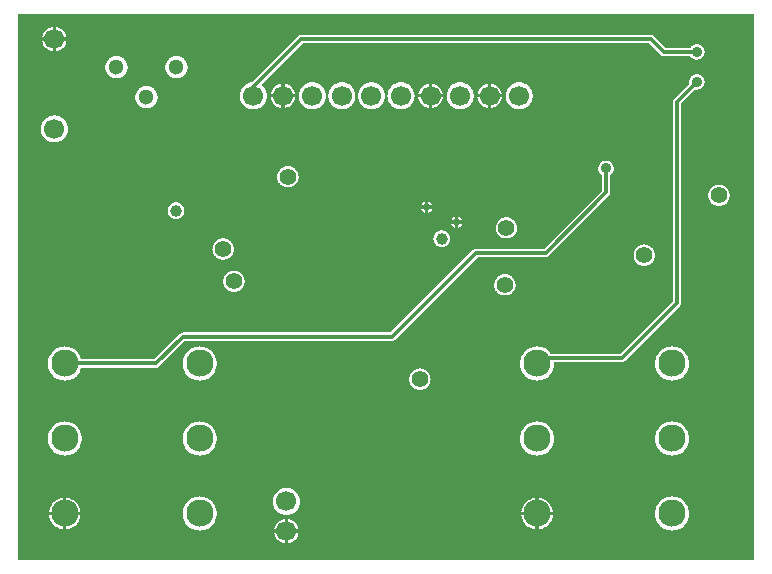
<source format=gbl>
%FSLAX46Y46*%
%MOMM*%
%ADD10C,0.300000*%
%AMPS13*
1,1,0.600000,0.000000,0.000000*
%
%ADD13PS13*%
%AMPS12*
1,1,2.300000,0.000000,0.000000*
%
%ADD12PS12*%
%AMPS14*
1,1,1.300000,0.000000,0.000000*
%
%ADD14PS14*%
%AMPS15*
1,1,1.700000,0.000000,0.000000*
%
%ADD15PS15*%
%AMPS16*
1,1,1.700000,0.000000,0.000000*
%
%ADD16PS16*%
%AMPS11*
1,1,1.700000,0.000000,0.000000*
%
%ADD11PS11*%
%AMPS21*
1,1,1.400000,0.000000,0.000000*
%
%ADD21PS21*%
%AMPS18*
1,1,0.700000,0.000000,0.000000*
%
%ADD18PS18*%
%AMPS20*
1,1,0.900000,0.000000,0.000000*
%
%ADD20PS20*%
%AMPS19*
1,1,1.000000,0.000000,0.000000*
%
%ADD19PS19*%
%AMPS17*
1,1,0.700000,0.000000,0.000000*
%
%ADD17PS17*%
G01*
%LPD*%
G36*
X62640000Y360000D02*
X62640000Y46640000D01*
X360000Y46640000D01*
X360000Y360000D01*
X62640000Y360000D01*
D02*
G37*
%LPC*%
G36*
X3250000Y44660000D02*
X2371906Y44660000D01*
X2379760Y44712942D01*
X2404565Y44811966D01*
X2438955Y44908079D01*
X2482595Y45000350D01*
X2535084Y45087923D01*
X2595895Y45169917D01*
X2664448Y45245552D01*
X2740083Y45314105D01*
X2822077Y45374916D01*
X2909650Y45427405D01*
X3001921Y45471045D01*
X3098034Y45505435D01*
X3197058Y45530240D01*
X3250000Y45538094D01*
X3250000Y44660000D01*
D02*
G37*
%LPC*%
G36*
X4428094Y44660000D02*
X3550000Y44660000D01*
X3550000Y45538094D01*
X3602942Y45530240D01*
X3701966Y45505435D01*
X3798079Y45471045D01*
X3890350Y45427405D01*
X3977923Y45374916D01*
X4059917Y45314105D01*
X4135552Y45245552D01*
X4204105Y45169917D01*
X4264916Y45087923D01*
X4317405Y45000350D01*
X4361045Y44908079D01*
X4395435Y44811966D01*
X4420240Y44712942D01*
X4428094Y44660000D01*
D02*
G37*
%LPC*%
G36*
X20252917Y38553382D02*
X20140653Y38558897D01*
X20029464Y38575391D01*
X19920436Y38602701D01*
X19814612Y38640565D01*
X19713007Y38688620D01*
X19616589Y38746411D01*
X19526308Y38813368D01*
X19443029Y38888849D01*
X19367548Y38972128D01*
X19300591Y39062409D01*
X19242800Y39158827D01*
X19194745Y39260432D01*
X19156881Y39366256D01*
X19129571Y39475284D01*
X19113077Y39586473D01*
X19107562Y39698737D01*
X19113077Y39811001D01*
X19129571Y39922190D01*
X19156881Y40031218D01*
X19194745Y40137042D01*
X19242800Y40238647D01*
X19300591Y40335065D01*
X19367548Y40425346D01*
X19443029Y40508625D01*
X19526308Y40584106D01*
X19616589Y40651063D01*
X19713007Y40708854D01*
X19814612Y40756909D01*
X19920436Y40794773D01*
X20029474Y40822085D01*
X20135813Y40837860D01*
X24042401Y44744448D01*
X24048877Y44752220D01*
X24102222Y44795996D01*
X24163770Y44828893D01*
X24230548Y44849151D01*
X24289923Y44855000D01*
X53910077Y44855000D01*
X53969451Y44849151D01*
X54036229Y44828893D01*
X54097776Y44795996D01*
X54143897Y44758148D01*
X55137047Y43765000D01*
X57248483Y43765000D01*
X57293485Y43825681D01*
X57336670Y43873330D01*
X57384316Y43916512D01*
X57435966Y43954818D01*
X57491122Y43987877D01*
X57549243Y44015366D01*
X57609790Y44037032D01*
X57672167Y44052655D01*
X57735774Y44062091D01*
X57800000Y44065247D01*
X57864226Y44062091D01*
X57927833Y44052655D01*
X57990210Y44037032D01*
X58050757Y44015366D01*
X58108878Y43987877D01*
X58164034Y43954818D01*
X58215684Y43916512D01*
X58263330Y43873330D01*
X58306512Y43825684D01*
X58344818Y43774034D01*
X58377877Y43718878D01*
X58405366Y43660757D01*
X58427032Y43600210D01*
X58442655Y43537833D01*
X58452091Y43474226D01*
X58455247Y43410000D01*
X58452091Y43345774D01*
X58442655Y43282167D01*
X58427032Y43219790D01*
X58405366Y43159243D01*
X58377877Y43101122D01*
X58344818Y43045966D01*
X58306512Y42994316D01*
X58263330Y42946670D01*
X58215684Y42903488D01*
X58164034Y42865182D01*
X58108878Y42832123D01*
X58050757Y42804634D01*
X57990210Y42782968D01*
X57927833Y42767345D01*
X57864226Y42757909D01*
X57800000Y42754753D01*
X57735774Y42757909D01*
X57672167Y42767345D01*
X57609790Y42782968D01*
X57549243Y42804634D01*
X57491122Y42832123D01*
X57435966Y42865182D01*
X57384316Y42903488D01*
X57336670Y42946670D01*
X57293485Y42994319D01*
X57248483Y43055000D01*
X54979935Y43055000D01*
X54920548Y43060849D01*
X54853770Y43081106D01*
X54792223Y43114003D01*
X54738157Y43158371D01*
X54731740Y43166214D01*
X53752953Y44145000D01*
X24447047Y44145000D01*
X20930546Y40628500D01*
X21062810Y40508620D01*
X21138286Y40425346D01*
X21205243Y40335065D01*
X21263034Y40238647D01*
X21311089Y40137042D01*
X21348953Y40031218D01*
X21376263Y39922190D01*
X21392757Y39811001D01*
X21398272Y39698737D01*
X21392757Y39586473D01*
X21376263Y39475284D01*
X21348953Y39366256D01*
X21311089Y39260432D01*
X21263034Y39158827D01*
X21205243Y39062409D01*
X21138286Y38972128D01*
X21062805Y38888849D01*
X20979526Y38813368D01*
X20889245Y38746411D01*
X20792827Y38688620D01*
X20691222Y38640565D01*
X20585398Y38602701D01*
X20476370Y38575391D01*
X20365181Y38558897D01*
X20252917Y38553382D01*
D02*
G37*
%LPC*%
G36*
X3550000Y43481906D02*
X3550000Y44360000D01*
X4428094Y44360000D01*
X4420240Y44307058D01*
X4395435Y44208034D01*
X4361045Y44111921D01*
X4317405Y44019650D01*
X4264916Y43932077D01*
X4204105Y43850083D01*
X4135552Y43774448D01*
X4059917Y43705895D01*
X3977923Y43645084D01*
X3890350Y43592595D01*
X3798079Y43548955D01*
X3701966Y43514565D01*
X3602942Y43489760D01*
X3550000Y43481906D01*
D02*
G37*
%LPC*%
G36*
X3250000Y43481906D02*
X3197058Y43489760D01*
X3098034Y43514565D01*
X3001921Y43548955D01*
X2909650Y43592595D01*
X2822077Y43645084D01*
X2740083Y43705895D01*
X2664448Y43774448D01*
X2595895Y43850083D01*
X2535084Y43932077D01*
X2482595Y44019650D01*
X2438955Y44111921D01*
X2404565Y44208034D01*
X2379760Y44307058D01*
X2371906Y44360000D01*
X3250000Y44360000D01*
X3250000Y43481906D01*
D02*
G37*
%LPC*%
G36*
X8660000Y41174645D02*
X8567339Y41179197D01*
X8475565Y41192811D01*
X8385578Y41215351D01*
X8298229Y41246606D01*
X8214356Y41286275D01*
X8134794Y41333962D01*
X8060274Y41389231D01*
X7991533Y41451533D01*
X7929231Y41520274D01*
X7873962Y41594794D01*
X7826275Y41674356D01*
X7786606Y41758229D01*
X7755351Y41845578D01*
X7732811Y41935565D01*
X7719197Y42027339D01*
X7714645Y42120000D01*
X7719197Y42212661D01*
X7732811Y42304435D01*
X7755351Y42394422D01*
X7786606Y42481771D01*
X7826275Y42565644D01*
X7873962Y42645206D01*
X7929231Y42719726D01*
X7991533Y42788467D01*
X8060274Y42850769D01*
X8134794Y42906038D01*
X8214356Y42953725D01*
X8298229Y42993394D01*
X8385578Y43024649D01*
X8475565Y43047189D01*
X8567339Y43060803D01*
X8660000Y43065355D01*
X8752661Y43060803D01*
X8844435Y43047189D01*
X8934422Y43024649D01*
X9021771Y42993394D01*
X9105644Y42953725D01*
X9185206Y42906038D01*
X9259726Y42850769D01*
X9328467Y42788467D01*
X9390769Y42719726D01*
X9446038Y42645206D01*
X9493725Y42565644D01*
X9533394Y42481771D01*
X9564649Y42394422D01*
X9587189Y42304435D01*
X9600803Y42212661D01*
X9605355Y42120000D01*
X9600803Y42027339D01*
X9587189Y41935565D01*
X9564649Y41845578D01*
X9533394Y41758229D01*
X9493725Y41674356D01*
X9446038Y41594794D01*
X9390769Y41520274D01*
X9328467Y41451533D01*
X9259726Y41389231D01*
X9185206Y41333962D01*
X9105644Y41286275D01*
X9021771Y41246606D01*
X8934422Y41215351D01*
X8844435Y41192811D01*
X8752661Y41179197D01*
X8660000Y41174645D01*
D02*
G37*
%LPC*%
G36*
X13740000Y41174645D02*
X13647339Y41179197D01*
X13555565Y41192811D01*
X13465578Y41215351D01*
X13378229Y41246606D01*
X13294356Y41286275D01*
X13214794Y41333962D01*
X13140274Y41389231D01*
X13071533Y41451533D01*
X13009231Y41520274D01*
X12953962Y41594794D01*
X12906275Y41674356D01*
X12866606Y41758229D01*
X12835351Y41845578D01*
X12812811Y41935565D01*
X12799197Y42027339D01*
X12794645Y42120000D01*
X12799197Y42212661D01*
X12812811Y42304435D01*
X12835351Y42394422D01*
X12866606Y42481771D01*
X12906275Y42565644D01*
X12953962Y42645206D01*
X13009231Y42719726D01*
X13071533Y42788467D01*
X13140274Y42850769D01*
X13214794Y42906038D01*
X13294356Y42953725D01*
X13378229Y42993394D01*
X13465578Y43024649D01*
X13555565Y43047189D01*
X13647339Y43060803D01*
X13740000Y43065355D01*
X13832661Y43060803D01*
X13924435Y43047189D01*
X14014422Y43024649D01*
X14101771Y42993394D01*
X14185644Y42953725D01*
X14265206Y42906038D01*
X14339726Y42850769D01*
X14408467Y42788467D01*
X14470769Y42719726D01*
X14526038Y42645206D01*
X14573725Y42565644D01*
X14613394Y42481771D01*
X14644649Y42394422D01*
X14667189Y42304435D01*
X14680803Y42212661D01*
X14685355Y42120000D01*
X14680803Y42027339D01*
X14667189Y41935565D01*
X14644649Y41845578D01*
X14613394Y41758229D01*
X14573725Y41674356D01*
X14526038Y41594794D01*
X14470769Y41520274D01*
X14408467Y41451533D01*
X14339726Y41389231D01*
X14265206Y41333962D01*
X14185644Y41286275D01*
X14101771Y41246606D01*
X14014422Y41215351D01*
X13924435Y41192811D01*
X13832661Y41179197D01*
X13740000Y41174645D01*
D02*
G37*
%LPC*%
G36*
X44280000Y15579645D02*
X44138329Y15586605D01*
X43998022Y15607418D01*
X43860433Y15641882D01*
X43726894Y15689663D01*
X43598662Y15750312D01*
X43477007Y15823229D01*
X43363074Y15907727D01*
X43257980Y16002980D01*
X43162727Y16108074D01*
X43078229Y16222007D01*
X43005312Y16343662D01*
X42944663Y16471894D01*
X42896882Y16605433D01*
X42862418Y16743022D01*
X42841605Y16883329D01*
X42834645Y17025000D01*
X42841605Y17166671D01*
X42862418Y17306978D01*
X42896882Y17444567D01*
X42944663Y17578106D01*
X43005312Y17706338D01*
X43078229Y17827993D01*
X43162727Y17941926D01*
X43257980Y18047020D01*
X43363074Y18142273D01*
X43477007Y18226771D01*
X43598662Y18299688D01*
X43726894Y18360337D01*
X43860433Y18408118D01*
X43998022Y18442582D01*
X44138329Y18463395D01*
X44280000Y18470355D01*
X44421671Y18463395D01*
X44561978Y18442582D01*
X44699567Y18408118D01*
X44833106Y18360337D01*
X44961338Y18299688D01*
X45082993Y18226771D01*
X45196926Y18142273D01*
X45302020Y18047020D01*
X45397273Y17941926D01*
X45461742Y17855000D01*
X51312953Y17855000D01*
X55745000Y22287047D01*
X55745000Y39180066D01*
X55750849Y39239451D01*
X55771106Y39306229D01*
X55804003Y39367777D01*
X55847779Y39421122D01*
X55855551Y39427598D01*
X57158995Y40731040D01*
X57147909Y40805774D01*
X57144753Y40870000D01*
X57147909Y40934226D01*
X57157345Y40997833D01*
X57172968Y41060210D01*
X57194634Y41120757D01*
X57222123Y41178878D01*
X57255182Y41234034D01*
X57293488Y41285684D01*
X57336670Y41333330D01*
X57384316Y41376512D01*
X57435966Y41414818D01*
X57491122Y41447877D01*
X57549243Y41475366D01*
X57609790Y41497032D01*
X57672167Y41512655D01*
X57735774Y41522091D01*
X57800000Y41525247D01*
X57864226Y41522091D01*
X57927833Y41512655D01*
X57990210Y41497032D01*
X58050757Y41475366D01*
X58108878Y41447877D01*
X58164034Y41414818D01*
X58215684Y41376512D01*
X58263330Y41333330D01*
X58306512Y41285684D01*
X58344818Y41234034D01*
X58377877Y41178878D01*
X58405366Y41120757D01*
X58427032Y41060210D01*
X58442655Y40997833D01*
X58452091Y40934226D01*
X58455247Y40870000D01*
X58452091Y40805774D01*
X58442655Y40742167D01*
X58427032Y40679790D01*
X58405366Y40619243D01*
X58377877Y40561122D01*
X58344818Y40505966D01*
X58306512Y40454316D01*
X58263330Y40406670D01*
X58215684Y40363488D01*
X58164034Y40325182D01*
X58108878Y40292123D01*
X58050757Y40264634D01*
X57990210Y40242968D01*
X57927833Y40227345D01*
X57864226Y40217909D01*
X57800000Y40214753D01*
X57735774Y40217909D01*
X57661040Y40228995D01*
X56455000Y39022953D01*
X56455000Y22129923D01*
X56449151Y22070548D01*
X56428893Y22003770D01*
X56395996Y21942222D01*
X56352220Y21888877D01*
X56344448Y21882401D01*
X51717598Y17255551D01*
X51711122Y17247779D01*
X51657777Y17204003D01*
X51596229Y17171106D01*
X51529451Y17150849D01*
X51470066Y17145000D01*
X45719457Y17145000D01*
X45725355Y17025008D01*
X45718395Y16883329D01*
X45697582Y16743022D01*
X45663118Y16605433D01*
X45615337Y16471894D01*
X45554688Y16343662D01*
X45481771Y16222007D01*
X45397273Y16108074D01*
X45302020Y16002980D01*
X45196926Y15907727D01*
X45082993Y15823229D01*
X44961338Y15750312D01*
X44833106Y15689663D01*
X44699567Y15641882D01*
X44561978Y15607418D01*
X44421671Y15586605D01*
X44280000Y15579645D01*
D02*
G37*
%LPC*%
G36*
X42752917Y38553382D02*
X42640653Y38558897D01*
X42529464Y38575391D01*
X42420436Y38602701D01*
X42314612Y38640565D01*
X42213007Y38688620D01*
X42116589Y38746411D01*
X42026308Y38813368D01*
X41943029Y38888849D01*
X41867548Y38972128D01*
X41800591Y39062409D01*
X41742800Y39158827D01*
X41694745Y39260432D01*
X41656881Y39366256D01*
X41629571Y39475284D01*
X41613077Y39586473D01*
X41607562Y39698737D01*
X41613077Y39811001D01*
X41629571Y39922190D01*
X41656881Y40031218D01*
X41694745Y40137042D01*
X41742800Y40238647D01*
X41800591Y40335065D01*
X41867548Y40425346D01*
X41943029Y40508625D01*
X42026308Y40584106D01*
X42116589Y40651063D01*
X42213007Y40708854D01*
X42314612Y40756909D01*
X42420436Y40794773D01*
X42529464Y40822083D01*
X42640653Y40838577D01*
X42752917Y40844092D01*
X42865181Y40838577D01*
X42976370Y40822083D01*
X43085398Y40794773D01*
X43191222Y40756909D01*
X43292827Y40708854D01*
X43389245Y40651063D01*
X43479526Y40584106D01*
X43562805Y40508625D01*
X43638286Y40425346D01*
X43705243Y40335065D01*
X43763034Y40238647D01*
X43811089Y40137042D01*
X43848953Y40031218D01*
X43876263Y39922190D01*
X43892757Y39811001D01*
X43898272Y39698737D01*
X43892757Y39586473D01*
X43876263Y39475284D01*
X43848953Y39366256D01*
X43811089Y39260432D01*
X43763034Y39158827D01*
X43705243Y39062409D01*
X43638286Y38972128D01*
X43562805Y38888849D01*
X43479526Y38813368D01*
X43389245Y38746411D01*
X43292827Y38688620D01*
X43191222Y38640565D01*
X43085398Y38602701D01*
X42976370Y38575391D01*
X42865181Y38558897D01*
X42752917Y38553382D01*
D02*
G37*
%LPC*%
G36*
X37752917Y38553382D02*
X37640653Y38558897D01*
X37529464Y38575391D01*
X37420436Y38602701D01*
X37314612Y38640565D01*
X37213007Y38688620D01*
X37116589Y38746411D01*
X37026308Y38813368D01*
X36943029Y38888849D01*
X36867548Y38972128D01*
X36800591Y39062409D01*
X36742800Y39158827D01*
X36694745Y39260432D01*
X36656881Y39366256D01*
X36629571Y39475284D01*
X36613077Y39586473D01*
X36607562Y39698737D01*
X36613077Y39811001D01*
X36629571Y39922190D01*
X36656881Y40031218D01*
X36694745Y40137042D01*
X36742800Y40238647D01*
X36800591Y40335065D01*
X36867548Y40425346D01*
X36943029Y40508625D01*
X37026308Y40584106D01*
X37116589Y40651063D01*
X37213007Y40708854D01*
X37314612Y40756909D01*
X37420436Y40794773D01*
X37529464Y40822083D01*
X37640653Y40838577D01*
X37752917Y40844092D01*
X37865181Y40838577D01*
X37976370Y40822083D01*
X38085398Y40794773D01*
X38191222Y40756909D01*
X38292827Y40708854D01*
X38389245Y40651063D01*
X38479526Y40584106D01*
X38562805Y40508625D01*
X38638286Y40425346D01*
X38705243Y40335065D01*
X38763034Y40238647D01*
X38811089Y40137042D01*
X38848953Y40031218D01*
X38876263Y39922190D01*
X38892757Y39811001D01*
X38898272Y39698737D01*
X38892757Y39586473D01*
X38876263Y39475284D01*
X38848953Y39366256D01*
X38811089Y39260432D01*
X38763034Y39158827D01*
X38705243Y39062409D01*
X38638286Y38972128D01*
X38562805Y38888849D01*
X38479526Y38813368D01*
X38389245Y38746411D01*
X38292827Y38688620D01*
X38191222Y38640565D01*
X38085398Y38602701D01*
X37976370Y38575391D01*
X37865181Y38558897D01*
X37752917Y38553382D01*
D02*
G37*
%LPC*%
G36*
X32752917Y38553382D02*
X32640653Y38558897D01*
X32529464Y38575391D01*
X32420436Y38602701D01*
X32314612Y38640565D01*
X32213007Y38688620D01*
X32116589Y38746411D01*
X32026308Y38813368D01*
X31943029Y38888849D01*
X31867548Y38972128D01*
X31800591Y39062409D01*
X31742800Y39158827D01*
X31694745Y39260432D01*
X31656881Y39366256D01*
X31629571Y39475284D01*
X31613077Y39586473D01*
X31607562Y39698737D01*
X31613077Y39811001D01*
X31629571Y39922190D01*
X31656881Y40031218D01*
X31694745Y40137042D01*
X31742800Y40238647D01*
X31800591Y40335065D01*
X31867548Y40425346D01*
X31943029Y40508625D01*
X32026308Y40584106D01*
X32116589Y40651063D01*
X32213007Y40708854D01*
X32314612Y40756909D01*
X32420436Y40794773D01*
X32529464Y40822083D01*
X32640653Y40838577D01*
X32752917Y40844092D01*
X32865181Y40838577D01*
X32976370Y40822083D01*
X33085398Y40794773D01*
X33191222Y40756909D01*
X33292827Y40708854D01*
X33389245Y40651063D01*
X33479526Y40584106D01*
X33562805Y40508625D01*
X33638286Y40425346D01*
X33705243Y40335065D01*
X33763034Y40238647D01*
X33811089Y40137042D01*
X33848953Y40031218D01*
X33876263Y39922190D01*
X33892757Y39811001D01*
X33898272Y39698737D01*
X33892757Y39586473D01*
X33876263Y39475284D01*
X33848953Y39366256D01*
X33811089Y39260432D01*
X33763034Y39158827D01*
X33705243Y39062409D01*
X33638286Y38972128D01*
X33562805Y38888849D01*
X33479526Y38813368D01*
X33389245Y38746411D01*
X33292827Y38688620D01*
X33191222Y38640565D01*
X33085398Y38602701D01*
X32976370Y38575391D01*
X32865181Y38558897D01*
X32752917Y38553382D01*
D02*
G37*
%LPC*%
G36*
X30252917Y38553382D02*
X30140653Y38558897D01*
X30029464Y38575391D01*
X29920436Y38602701D01*
X29814612Y38640565D01*
X29713007Y38688620D01*
X29616589Y38746411D01*
X29526308Y38813368D01*
X29443029Y38888849D01*
X29367548Y38972128D01*
X29300591Y39062409D01*
X29242800Y39158827D01*
X29194745Y39260432D01*
X29156881Y39366256D01*
X29129571Y39475284D01*
X29113077Y39586473D01*
X29107562Y39698737D01*
X29113077Y39811001D01*
X29129571Y39922190D01*
X29156881Y40031218D01*
X29194745Y40137042D01*
X29242800Y40238647D01*
X29300591Y40335065D01*
X29367548Y40425346D01*
X29443029Y40508625D01*
X29526308Y40584106D01*
X29616589Y40651063D01*
X29713007Y40708854D01*
X29814612Y40756909D01*
X29920436Y40794773D01*
X30029464Y40822083D01*
X30140653Y40838577D01*
X30252917Y40844092D01*
X30365181Y40838577D01*
X30476370Y40822083D01*
X30585398Y40794773D01*
X30691222Y40756909D01*
X30792827Y40708854D01*
X30889245Y40651063D01*
X30979526Y40584106D01*
X31062805Y40508625D01*
X31138286Y40425346D01*
X31205243Y40335065D01*
X31263034Y40238647D01*
X31311089Y40137042D01*
X31348953Y40031218D01*
X31376263Y39922190D01*
X31392757Y39811001D01*
X31398272Y39698737D01*
X31392757Y39586473D01*
X31376263Y39475284D01*
X31348953Y39366256D01*
X31311089Y39260432D01*
X31263034Y39158827D01*
X31205243Y39062409D01*
X31138286Y38972128D01*
X31062805Y38888849D01*
X30979526Y38813368D01*
X30889245Y38746411D01*
X30792827Y38688620D01*
X30691222Y38640565D01*
X30585398Y38602701D01*
X30476370Y38575391D01*
X30365181Y38558897D01*
X30252917Y38553382D01*
D02*
G37*
%LPC*%
G36*
X25252917Y38553382D02*
X25140653Y38558897D01*
X25029464Y38575391D01*
X24920436Y38602701D01*
X24814612Y38640565D01*
X24713007Y38688620D01*
X24616589Y38746411D01*
X24526308Y38813368D01*
X24443029Y38888849D01*
X24367548Y38972128D01*
X24300591Y39062409D01*
X24242800Y39158827D01*
X24194745Y39260432D01*
X24156881Y39366256D01*
X24129571Y39475284D01*
X24113077Y39586473D01*
X24107562Y39698737D01*
X24113077Y39811001D01*
X24129571Y39922190D01*
X24156881Y40031218D01*
X24194745Y40137042D01*
X24242800Y40238647D01*
X24300591Y40335065D01*
X24367548Y40425346D01*
X24443029Y40508625D01*
X24526308Y40584106D01*
X24616589Y40651063D01*
X24713007Y40708854D01*
X24814612Y40756909D01*
X24920436Y40794773D01*
X25029464Y40822083D01*
X25140653Y40838577D01*
X25252917Y40844092D01*
X25365181Y40838577D01*
X25476370Y40822083D01*
X25585398Y40794773D01*
X25691222Y40756909D01*
X25792827Y40708854D01*
X25889245Y40651063D01*
X25979526Y40584106D01*
X26062805Y40508625D01*
X26138286Y40425346D01*
X26205243Y40335065D01*
X26263034Y40238647D01*
X26311089Y40137042D01*
X26348953Y40031218D01*
X26376263Y39922190D01*
X26392757Y39811001D01*
X26398272Y39698737D01*
X26392757Y39586473D01*
X26376263Y39475284D01*
X26348953Y39366256D01*
X26311089Y39260432D01*
X26263034Y39158827D01*
X26205243Y39062409D01*
X26138286Y38972128D01*
X26062805Y38888849D01*
X25979526Y38813368D01*
X25889245Y38746411D01*
X25792827Y38688620D01*
X25691222Y38640565D01*
X25585398Y38602701D01*
X25476370Y38575391D01*
X25365181Y38558897D01*
X25252917Y38553382D01*
D02*
G37*
%LPC*%
G36*
X27752917Y38553382D02*
X27640653Y38558897D01*
X27529464Y38575391D01*
X27420436Y38602701D01*
X27314612Y38640565D01*
X27213007Y38688620D01*
X27116589Y38746411D01*
X27026308Y38813368D01*
X26943029Y38888849D01*
X26867548Y38972128D01*
X26800591Y39062409D01*
X26742800Y39158827D01*
X26694745Y39260432D01*
X26656881Y39366256D01*
X26629571Y39475284D01*
X26613077Y39586473D01*
X26607562Y39698737D01*
X26613077Y39811001D01*
X26629571Y39922190D01*
X26656881Y40031218D01*
X26694745Y40137042D01*
X26742800Y40238647D01*
X26800591Y40335065D01*
X26867548Y40425346D01*
X26943029Y40508625D01*
X27026308Y40584106D01*
X27116589Y40651063D01*
X27213007Y40708854D01*
X27314612Y40756909D01*
X27420436Y40794773D01*
X27529464Y40822083D01*
X27640653Y40838577D01*
X27752917Y40844092D01*
X27865181Y40838577D01*
X27976370Y40822083D01*
X28085398Y40794773D01*
X28191222Y40756909D01*
X28292827Y40708854D01*
X28389245Y40651063D01*
X28479526Y40584106D01*
X28562805Y40508625D01*
X28638286Y40425346D01*
X28705243Y40335065D01*
X28763034Y40238647D01*
X28811089Y40137042D01*
X28848953Y40031218D01*
X28876263Y39922190D01*
X28892757Y39811001D01*
X28898272Y39698737D01*
X28892757Y39586473D01*
X28876263Y39475284D01*
X28848953Y39366256D01*
X28811089Y39260432D01*
X28763034Y39158827D01*
X28705243Y39062409D01*
X28638286Y38972128D01*
X28562805Y38888849D01*
X28479526Y38813368D01*
X28389245Y38746411D01*
X28292827Y38688620D01*
X28191222Y38640565D01*
X28085398Y38602701D01*
X27976370Y38575391D01*
X27865181Y38558897D01*
X27752917Y38553382D01*
D02*
G37*
%LPC*%
G36*
X22602917Y39848737D02*
X21724823Y39848737D01*
X21732677Y39901679D01*
X21757482Y40000703D01*
X21791872Y40096816D01*
X21835512Y40189087D01*
X21888001Y40276660D01*
X21948812Y40358654D01*
X22017365Y40434289D01*
X22093000Y40502842D01*
X22174994Y40563653D01*
X22262567Y40616142D01*
X22354838Y40659782D01*
X22450951Y40694172D01*
X22549975Y40718977D01*
X22602917Y40726831D01*
X22602917Y39848737D01*
D02*
G37*
%LPC*%
G36*
X23781011Y39848737D02*
X22902917Y39848737D01*
X22902917Y40726831D01*
X22955859Y40718977D01*
X23054883Y40694172D01*
X23150996Y40659782D01*
X23243267Y40616142D01*
X23330840Y40563653D01*
X23412834Y40502842D01*
X23488469Y40434289D01*
X23557022Y40358654D01*
X23617833Y40276660D01*
X23670322Y40189087D01*
X23713962Y40096816D01*
X23748352Y40000703D01*
X23773157Y39901679D01*
X23781011Y39848737D01*
D02*
G37*
%LPC*%
G36*
X35102917Y39848737D02*
X34224823Y39848737D01*
X34232677Y39901679D01*
X34257482Y40000703D01*
X34291872Y40096816D01*
X34335512Y40189087D01*
X34388001Y40276660D01*
X34448812Y40358654D01*
X34517365Y40434289D01*
X34593000Y40502842D01*
X34674994Y40563653D01*
X34762567Y40616142D01*
X34854838Y40659782D01*
X34950951Y40694172D01*
X35049975Y40718977D01*
X35102917Y40726831D01*
X35102917Y39848737D01*
D02*
G37*
%LPC*%
G36*
X36281011Y39848737D02*
X35402917Y39848737D01*
X35402917Y40726831D01*
X35455859Y40718977D01*
X35554883Y40694172D01*
X35650996Y40659782D01*
X35743267Y40616142D01*
X35830840Y40563653D01*
X35912834Y40502842D01*
X35988469Y40434289D01*
X36057022Y40358654D01*
X36117833Y40276660D01*
X36170322Y40189087D01*
X36213962Y40096816D01*
X36248352Y40000703D01*
X36273157Y39901679D01*
X36281011Y39848737D01*
D02*
G37*
%LPC*%
G36*
X40102917Y39848737D02*
X39224823Y39848737D01*
X39232677Y39901679D01*
X39257482Y40000703D01*
X39291872Y40096816D01*
X39335512Y40189087D01*
X39388001Y40276660D01*
X39448812Y40358654D01*
X39517365Y40434289D01*
X39593000Y40502842D01*
X39674994Y40563653D01*
X39762567Y40616142D01*
X39854838Y40659782D01*
X39950951Y40694172D01*
X40049975Y40718977D01*
X40102917Y40726831D01*
X40102917Y39848737D01*
D02*
G37*
%LPC*%
G36*
X41281011Y39848737D02*
X40402917Y39848737D01*
X40402917Y40726831D01*
X40455859Y40718977D01*
X40554883Y40694172D01*
X40650996Y40659782D01*
X40743267Y40616142D01*
X40830840Y40563653D01*
X40912834Y40502842D01*
X40988469Y40434289D01*
X41057022Y40358654D01*
X41117833Y40276660D01*
X41170322Y40189087D01*
X41213962Y40096816D01*
X41248352Y40000703D01*
X41273157Y39901679D01*
X41281011Y39848737D01*
D02*
G37*
%LPC*%
G36*
X11200000Y38634645D02*
X11107339Y38639197D01*
X11015565Y38652811D01*
X10925578Y38675351D01*
X10838229Y38706606D01*
X10754356Y38746275D01*
X10674794Y38793962D01*
X10600274Y38849231D01*
X10531533Y38911533D01*
X10469231Y38980274D01*
X10413962Y39054794D01*
X10366275Y39134356D01*
X10326606Y39218229D01*
X10295351Y39305578D01*
X10272811Y39395565D01*
X10259197Y39487339D01*
X10254645Y39580000D01*
X10259197Y39672661D01*
X10272811Y39764435D01*
X10295351Y39854422D01*
X10326606Y39941771D01*
X10366275Y40025644D01*
X10413962Y40105206D01*
X10469231Y40179726D01*
X10531533Y40248467D01*
X10600274Y40310769D01*
X10674794Y40366038D01*
X10754356Y40413725D01*
X10838229Y40453394D01*
X10925578Y40484649D01*
X11015565Y40507189D01*
X11107339Y40520803D01*
X11200000Y40525355D01*
X11292661Y40520803D01*
X11384435Y40507189D01*
X11474422Y40484649D01*
X11561771Y40453394D01*
X11645644Y40413725D01*
X11725206Y40366038D01*
X11799726Y40310769D01*
X11868467Y40248467D01*
X11930769Y40179726D01*
X11986038Y40105206D01*
X12033725Y40025644D01*
X12073394Y39941771D01*
X12104649Y39854422D01*
X12127189Y39764435D01*
X12140803Y39672661D01*
X12145355Y39580000D01*
X12140803Y39487339D01*
X12127189Y39395565D01*
X12104649Y39305578D01*
X12073394Y39218229D01*
X12033725Y39134356D01*
X11986038Y39054794D01*
X11930769Y38980274D01*
X11868467Y38911533D01*
X11799726Y38849231D01*
X11725206Y38793962D01*
X11645644Y38746275D01*
X11561771Y38706606D01*
X11474422Y38675351D01*
X11384435Y38652811D01*
X11292661Y38639197D01*
X11200000Y38634645D01*
D02*
G37*
%LPC*%
G36*
X40402917Y38670643D02*
X40402917Y39548737D01*
X41281011Y39548737D01*
X41273157Y39495795D01*
X41248352Y39396771D01*
X41213962Y39300658D01*
X41170322Y39208387D01*
X41117833Y39120814D01*
X41057022Y39038820D01*
X40988469Y38963185D01*
X40912834Y38894632D01*
X40830840Y38833821D01*
X40743267Y38781332D01*
X40650996Y38737692D01*
X40554883Y38703302D01*
X40455859Y38678497D01*
X40402917Y38670643D01*
D02*
G37*
%LPC*%
G36*
X22602917Y38670643D02*
X22549975Y38678497D01*
X22450951Y38703302D01*
X22354838Y38737692D01*
X22262567Y38781332D01*
X22174994Y38833821D01*
X22093000Y38894632D01*
X22017365Y38963185D01*
X21948812Y39038820D01*
X21888001Y39120814D01*
X21835512Y39208387D01*
X21791872Y39300658D01*
X21757482Y39396771D01*
X21732677Y39495795D01*
X21724823Y39548737D01*
X22602917Y39548737D01*
X22602917Y38670643D01*
D02*
G37*
%LPC*%
G36*
X22902917Y38670643D02*
X22902917Y39548737D01*
X23781011Y39548737D01*
X23773157Y39495795D01*
X23748352Y39396771D01*
X23713962Y39300658D01*
X23670322Y39208387D01*
X23617833Y39120814D01*
X23557022Y39038820D01*
X23488469Y38963185D01*
X23412834Y38894632D01*
X23330840Y38833821D01*
X23243267Y38781332D01*
X23150996Y38737692D01*
X23054883Y38703302D01*
X22955859Y38678497D01*
X22902917Y38670643D01*
D02*
G37*
%LPC*%
G36*
X35102917Y38670643D02*
X35049975Y38678497D01*
X34950951Y38703302D01*
X34854838Y38737692D01*
X34762567Y38781332D01*
X34674994Y38833821D01*
X34593000Y38894632D01*
X34517365Y38963185D01*
X34448812Y39038820D01*
X34388001Y39120814D01*
X34335512Y39208387D01*
X34291872Y39300658D01*
X34257482Y39396771D01*
X34232677Y39495795D01*
X34224823Y39548737D01*
X35102917Y39548737D01*
X35102917Y38670643D01*
D02*
G37*
%LPC*%
G36*
X35402917Y38670643D02*
X35402917Y39548737D01*
X36281011Y39548737D01*
X36273157Y39495795D01*
X36248352Y39396771D01*
X36213962Y39300658D01*
X36170322Y39208387D01*
X36117833Y39120814D01*
X36057022Y39038820D01*
X35988469Y38963185D01*
X35912834Y38894632D01*
X35830840Y38833821D01*
X35743267Y38781332D01*
X35650996Y38737692D01*
X35554883Y38703302D01*
X35455859Y38678497D01*
X35402917Y38670643D01*
D02*
G37*
%LPC*%
G36*
X40102917Y38670643D02*
X40049975Y38678497D01*
X39950951Y38703302D01*
X39854838Y38737692D01*
X39762567Y38781332D01*
X39674994Y38833821D01*
X39593000Y38894632D01*
X39517365Y38963185D01*
X39448812Y39038820D01*
X39388001Y39120814D01*
X39335512Y39208387D01*
X39291872Y39300658D01*
X39257482Y39396771D01*
X39232677Y39495795D01*
X39224823Y39548737D01*
X40102917Y39548737D01*
X40102917Y38670643D01*
D02*
G37*
%LPC*%
G36*
X3400000Y35744645D02*
X3287736Y35750160D01*
X3176547Y35766654D01*
X3067519Y35793964D01*
X2961695Y35831828D01*
X2860090Y35879883D01*
X2763672Y35937674D01*
X2673391Y36004631D01*
X2590112Y36080112D01*
X2514631Y36163391D01*
X2447674Y36253672D01*
X2389883Y36350090D01*
X2341828Y36451695D01*
X2303964Y36557519D01*
X2276654Y36666547D01*
X2260160Y36777736D01*
X2254645Y36890000D01*
X2260160Y37002264D01*
X2276654Y37113453D01*
X2303964Y37222481D01*
X2341828Y37328305D01*
X2389883Y37429910D01*
X2447674Y37526328D01*
X2514631Y37616609D01*
X2590112Y37699888D01*
X2673391Y37775369D01*
X2763672Y37842326D01*
X2860090Y37900117D01*
X2961695Y37948172D01*
X3067519Y37986036D01*
X3176547Y38013346D01*
X3287736Y38029840D01*
X3400000Y38035355D01*
X3512264Y38029840D01*
X3623453Y38013346D01*
X3732481Y37986036D01*
X3838305Y37948172D01*
X3939910Y37900117D01*
X4036328Y37842326D01*
X4126609Y37775369D01*
X4209888Y37699888D01*
X4285369Y37616609D01*
X4352326Y37526328D01*
X4410117Y37429910D01*
X4458172Y37328305D01*
X4496036Y37222481D01*
X4523346Y37113453D01*
X4539840Y37002264D01*
X4545355Y36890000D01*
X4539840Y36777736D01*
X4523346Y36666547D01*
X4496036Y36557519D01*
X4458172Y36451695D01*
X4410117Y36350090D01*
X4352326Y36253672D01*
X4285369Y36163391D01*
X4209888Y36080112D01*
X4126609Y36004631D01*
X4036328Y35937674D01*
X3939910Y35879883D01*
X3838305Y35831828D01*
X3732481Y35793964D01*
X3623453Y35766654D01*
X3512264Y35750160D01*
X3400000Y35744645D01*
D02*
G37*
%LPC*%
G36*
X4280000Y15579645D02*
X4138329Y15586605D01*
X3998022Y15607418D01*
X3860433Y15641882D01*
X3726894Y15689663D01*
X3598662Y15750312D01*
X3477007Y15823229D01*
X3363074Y15907727D01*
X3257980Y16002980D01*
X3162727Y16108074D01*
X3078229Y16222007D01*
X3005312Y16343662D01*
X2944663Y16471894D01*
X2896882Y16605433D01*
X2862418Y16743022D01*
X2841605Y16883329D01*
X2834645Y17025000D01*
X2841605Y17166671D01*
X2862418Y17306978D01*
X2896882Y17444567D01*
X2944663Y17578106D01*
X3005312Y17706338D01*
X3078229Y17827993D01*
X3162727Y17941926D01*
X3257980Y18047020D01*
X3363074Y18142273D01*
X3477007Y18226771D01*
X3598662Y18299688D01*
X3726894Y18360337D01*
X3860433Y18408118D01*
X3998022Y18442582D01*
X4138329Y18463395D01*
X4280000Y18470355D01*
X4421671Y18463395D01*
X4561978Y18442582D01*
X4699567Y18408118D01*
X4833106Y18360337D01*
X4961338Y18299688D01*
X5082993Y18226771D01*
X5196926Y18142273D01*
X5302020Y18047020D01*
X5397273Y17941926D01*
X5481771Y17827993D01*
X5554688Y17706338D01*
X5615337Y17578107D01*
X5686220Y17380000D01*
X11877953Y17380000D01*
X14042401Y19544448D01*
X14048877Y19552220D01*
X14102222Y19595996D01*
X14163770Y19628893D01*
X14230548Y19649151D01*
X14289923Y19655000D01*
X31852953Y19655000D01*
X38842401Y26644448D01*
X38848877Y26652220D01*
X38902222Y26695996D01*
X38963770Y26728893D01*
X39030548Y26749151D01*
X39089923Y26755000D01*
X44852953Y26755000D01*
X49755000Y31657047D01*
X49755000Y32998483D01*
X49694319Y33043485D01*
X49646670Y33086670D01*
X49603488Y33134316D01*
X49565182Y33185966D01*
X49532123Y33241122D01*
X49504634Y33299243D01*
X49482968Y33359790D01*
X49467345Y33422167D01*
X49457909Y33485774D01*
X49454753Y33550000D01*
X49457909Y33614226D01*
X49467345Y33677833D01*
X49482968Y33740210D01*
X49504634Y33800757D01*
X49532123Y33858878D01*
X49565182Y33914034D01*
X49603488Y33965684D01*
X49646670Y34013330D01*
X49694316Y34056512D01*
X49745966Y34094818D01*
X49801122Y34127877D01*
X49859243Y34155366D01*
X49919790Y34177032D01*
X49982167Y34192655D01*
X50045774Y34202091D01*
X50110000Y34205247D01*
X50174226Y34202091D01*
X50237833Y34192655D01*
X50300210Y34177032D01*
X50360757Y34155366D01*
X50418878Y34127877D01*
X50474034Y34094818D01*
X50525684Y34056512D01*
X50573330Y34013330D01*
X50616512Y33965684D01*
X50654818Y33914034D01*
X50687877Y33858878D01*
X50715366Y33800757D01*
X50737032Y33740210D01*
X50752655Y33677833D01*
X50762091Y33614226D01*
X50765247Y33550000D01*
X50762091Y33485774D01*
X50752655Y33422167D01*
X50737032Y33359790D01*
X50715366Y33299243D01*
X50687877Y33241122D01*
X50654818Y33185966D01*
X50616512Y33134316D01*
X50573330Y33086670D01*
X50525681Y33043485D01*
X50465000Y32998483D01*
X50465000Y31499923D01*
X50459151Y31440548D01*
X50438893Y31373770D01*
X50405996Y31312222D01*
X50362220Y31258877D01*
X50354448Y31252401D01*
X45257598Y26155551D01*
X45251122Y26147779D01*
X45197777Y26104003D01*
X45136229Y26071106D01*
X45069451Y26050849D01*
X45010066Y26045000D01*
X39247047Y26045000D01*
X32257598Y19055551D01*
X32251122Y19047779D01*
X32197777Y19004003D01*
X32136229Y18971106D01*
X32069451Y18950849D01*
X32010066Y18945000D01*
X14447047Y18945000D01*
X12282598Y16780551D01*
X12276122Y16772779D01*
X12222777Y16729003D01*
X12161229Y16696106D01*
X12094451Y16675849D01*
X12035066Y16670000D01*
X5686220Y16670000D01*
X5615337Y16471893D01*
X5554688Y16343662D01*
X5481771Y16222007D01*
X5397273Y16108074D01*
X5302020Y16002980D01*
X5196926Y15907727D01*
X5082993Y15823229D01*
X4961338Y15750312D01*
X4833106Y15689663D01*
X4699567Y15641882D01*
X4561978Y15607418D01*
X4421671Y15586605D01*
X4280000Y15579645D01*
D02*
G37*
%LPC*%
G36*
X23179995Y31944754D02*
X23091263Y31949114D01*
X23003383Y31962150D01*
X22917219Y31983732D01*
X22833574Y32013662D01*
X22753258Y32051649D01*
X22677074Y32097311D01*
X22605710Y32150238D01*
X22539889Y32209895D01*
X22480232Y32275716D01*
X22427305Y32347080D01*
X22381643Y32423264D01*
X22343656Y32503580D01*
X22313726Y32587225D01*
X22292144Y32673389D01*
X22279108Y32761269D01*
X22274748Y32850001D01*
X22279108Y32938733D01*
X22292144Y33026613D01*
X22313726Y33112777D01*
X22343656Y33196422D01*
X22381643Y33276738D01*
X22427305Y33352922D01*
X22480232Y33424286D01*
X22539889Y33490107D01*
X22605710Y33549764D01*
X22677074Y33602691D01*
X22753258Y33648353D01*
X22833574Y33686340D01*
X22917219Y33716270D01*
X23003383Y33737852D01*
X23091263Y33750888D01*
X23179995Y33755248D01*
X23268727Y33750888D01*
X23356607Y33737852D01*
X23442771Y33716270D01*
X23526416Y33686340D01*
X23606732Y33648353D01*
X23682916Y33602691D01*
X23754280Y33549764D01*
X23820101Y33490107D01*
X23879758Y33424286D01*
X23932685Y33352922D01*
X23978347Y33276738D01*
X24016334Y33196422D01*
X24046264Y33112777D01*
X24067846Y33026613D01*
X24080882Y32938733D01*
X24085242Y32850001D01*
X24080882Y32761269D01*
X24067846Y32673389D01*
X24046264Y32587225D01*
X24016334Y32503580D01*
X23978347Y32423264D01*
X23932685Y32347080D01*
X23879758Y32275716D01*
X23820101Y32209895D01*
X23754280Y32150238D01*
X23682916Y32097311D01*
X23606732Y32051649D01*
X23526416Y32013662D01*
X23442771Y31983732D01*
X23356607Y31962150D01*
X23268727Y31949114D01*
X23179995Y31944754D01*
D02*
G37*
%LPC*%
G36*
X59675000Y30364753D02*
X59586268Y30369113D01*
X59498388Y30382149D01*
X59412224Y30403731D01*
X59328579Y30433661D01*
X59248263Y30471648D01*
X59172079Y30517310D01*
X59100715Y30570237D01*
X59034894Y30629894D01*
X58975237Y30695715D01*
X58922310Y30767079D01*
X58876648Y30843263D01*
X58838661Y30923579D01*
X58808731Y31007224D01*
X58787149Y31093388D01*
X58774113Y31181268D01*
X58769753Y31270000D01*
X58774113Y31358732D01*
X58787149Y31446612D01*
X58808731Y31532776D01*
X58838661Y31616421D01*
X58876648Y31696737D01*
X58922310Y31772921D01*
X58975237Y31844285D01*
X59034894Y31910106D01*
X59100715Y31969763D01*
X59172079Y32022690D01*
X59248263Y32068352D01*
X59328579Y32106339D01*
X59412224Y32136269D01*
X59498388Y32157851D01*
X59586268Y32170887D01*
X59675000Y32175247D01*
X59763732Y32170887D01*
X59851612Y32157851D01*
X59937776Y32136269D01*
X60021421Y32106339D01*
X60101737Y32068352D01*
X60177921Y32022690D01*
X60249285Y31969763D01*
X60315106Y31910106D01*
X60374763Y31844285D01*
X60427690Y31772921D01*
X60473352Y31696737D01*
X60511339Y31616421D01*
X60541269Y31532776D01*
X60562851Y31446612D01*
X60575887Y31358732D01*
X60580247Y31270000D01*
X60575887Y31181268D01*
X60562851Y31093388D01*
X60541269Y31007224D01*
X60511339Y30923579D01*
X60473352Y30843263D01*
X60427690Y30767079D01*
X60374763Y30695715D01*
X60315106Y30629894D01*
X60249285Y30570237D01*
X60177921Y30517310D01*
X60101737Y30471648D01*
X60021421Y30433661D01*
X59937776Y30403731D01*
X59851612Y30382149D01*
X59763732Y30369113D01*
X59675000Y30364753D01*
D02*
G37*
%LPC*%
G36*
X34780000Y30420000D02*
X34463633Y30420000D01*
X34477089Y30457605D01*
X34497655Y30501089D01*
X34522394Y30542362D01*
X34551043Y30580992D01*
X34583355Y30616645D01*
X34619008Y30648957D01*
X34657638Y30677606D01*
X34698911Y30702345D01*
X34742395Y30722911D01*
X34780000Y30736367D01*
X34780000Y30420000D01*
D02*
G37*
%LPC*%
G36*
X35396367Y30420000D02*
X35080000Y30420000D01*
X35080000Y30736367D01*
X35117605Y30722911D01*
X35161089Y30702345D01*
X35202362Y30677606D01*
X35240992Y30648957D01*
X35276645Y30616645D01*
X35308957Y30580992D01*
X35337606Y30542362D01*
X35362345Y30501089D01*
X35382911Y30457605D01*
X35396367Y30420000D01*
D02*
G37*
%LPC*%
G36*
X13705000Y29264752D02*
X13635883Y29268148D01*
X13567405Y29278307D01*
X13500284Y29295118D01*
X13435114Y29318438D01*
X13372551Y29348027D01*
X13313179Y29383614D01*
X13257599Y29424834D01*
X13206315Y29471315D01*
X13159834Y29522599D01*
X13118614Y29578179D01*
X13083027Y29637551D01*
X13053438Y29700114D01*
X13030118Y29765284D01*
X13013307Y29832405D01*
X13003148Y29900883D01*
X12999752Y29970000D01*
X13003148Y30039117D01*
X13013307Y30107595D01*
X13030118Y30174716D01*
X13053438Y30239886D01*
X13083027Y30302449D01*
X13118614Y30361821D01*
X13159834Y30417401D01*
X13206315Y30468685D01*
X13257599Y30515166D01*
X13313179Y30556386D01*
X13372551Y30591973D01*
X13435114Y30621562D01*
X13500284Y30644882D01*
X13567405Y30661693D01*
X13635883Y30671852D01*
X13705000Y30675248D01*
X13774117Y30671852D01*
X13842595Y30661693D01*
X13909716Y30644882D01*
X13974886Y30621562D01*
X14037449Y30591973D01*
X14096821Y30556386D01*
X14152401Y30515166D01*
X14203685Y30468685D01*
X14250166Y30417401D01*
X14291386Y30361821D01*
X14326973Y30302449D01*
X14356562Y30239886D01*
X14379882Y30174716D01*
X14396693Y30107595D01*
X14406852Y30039117D01*
X14410248Y29970000D01*
X14406852Y29900883D01*
X14396693Y29832405D01*
X14379882Y29765284D01*
X14356562Y29700114D01*
X14326973Y29637551D01*
X14291386Y29578179D01*
X14250166Y29522599D01*
X14203685Y29471315D01*
X14152401Y29424834D01*
X14096821Y29383614D01*
X14037449Y29348027D01*
X13974886Y29318438D01*
X13909716Y29295118D01*
X13842595Y29278307D01*
X13774117Y29268148D01*
X13705000Y29264752D01*
D02*
G37*
%LPC*%
G36*
X35080000Y29803633D02*
X35080000Y30120000D01*
X35396367Y30120000D01*
X35382911Y30082395D01*
X35362345Y30038911D01*
X35337606Y29997638D01*
X35308957Y29959008D01*
X35276645Y29923355D01*
X35240992Y29891043D01*
X35202362Y29862394D01*
X35161089Y29837655D01*
X35117605Y29817089D01*
X35080000Y29803633D01*
D02*
G37*
%LPC*%
G36*
X34780000Y29803633D02*
X34742395Y29817089D01*
X34698911Y29837655D01*
X34657638Y29862394D01*
X34619008Y29891043D01*
X34583355Y29923355D01*
X34551043Y29959008D01*
X34522394Y29997638D01*
X34497655Y30038911D01*
X34477089Y30082395D01*
X34463633Y30120000D01*
X34780000Y30120000D01*
X34780000Y29803633D01*
D02*
G37*
%LPC*%
G36*
X37320000Y29150000D02*
X37003633Y29150000D01*
X37017089Y29187605D01*
X37037655Y29231089D01*
X37062394Y29272362D01*
X37091043Y29310992D01*
X37123355Y29346645D01*
X37159008Y29378957D01*
X37197638Y29407606D01*
X37238911Y29432345D01*
X37282395Y29452911D01*
X37320000Y29466367D01*
X37320000Y29150000D01*
D02*
G37*
%LPC*%
G36*
X37936367Y29150000D02*
X37620000Y29150000D01*
X37620000Y29466367D01*
X37657605Y29452911D01*
X37701089Y29432345D01*
X37742362Y29407606D01*
X37780992Y29378957D01*
X37816645Y29346645D01*
X37848957Y29310992D01*
X37877606Y29272362D01*
X37902345Y29231089D01*
X37922911Y29187605D01*
X37936367Y29150000D01*
D02*
G37*
%LPC*%
G36*
X41680000Y27609753D02*
X41591268Y27614113D01*
X41503388Y27627149D01*
X41417224Y27648731D01*
X41333579Y27678661D01*
X41253263Y27716648D01*
X41177079Y27762310D01*
X41105715Y27815237D01*
X41039894Y27874894D01*
X40980237Y27940715D01*
X40927310Y28012079D01*
X40881648Y28088263D01*
X40843661Y28168579D01*
X40813731Y28252224D01*
X40792149Y28338388D01*
X40779113Y28426268D01*
X40774753Y28515000D01*
X40779113Y28603732D01*
X40792149Y28691612D01*
X40813731Y28777776D01*
X40843661Y28861421D01*
X40881648Y28941737D01*
X40927310Y29017921D01*
X40980237Y29089285D01*
X41039894Y29155106D01*
X41105715Y29214763D01*
X41177079Y29267690D01*
X41253263Y29313352D01*
X41333579Y29351339D01*
X41417224Y29381269D01*
X41503388Y29402851D01*
X41591268Y29415887D01*
X41680000Y29420247D01*
X41768732Y29415887D01*
X41856612Y29402851D01*
X41942776Y29381269D01*
X42026421Y29351339D01*
X42106737Y29313352D01*
X42182921Y29267690D01*
X42254285Y29214763D01*
X42320106Y29155106D01*
X42379763Y29089285D01*
X42432690Y29017921D01*
X42478352Y28941737D01*
X42516339Y28861421D01*
X42546269Y28777776D01*
X42567851Y28691612D01*
X42580887Y28603732D01*
X42585247Y28515000D01*
X42580887Y28426268D01*
X42567851Y28338388D01*
X42546269Y28252224D01*
X42516339Y28168579D01*
X42478352Y28088263D01*
X42432690Y28012079D01*
X42379763Y27940715D01*
X42320106Y27874894D01*
X42254285Y27815237D01*
X42182921Y27762310D01*
X42106737Y27716648D01*
X42026421Y27678661D01*
X41942776Y27648731D01*
X41856612Y27627149D01*
X41768732Y27614113D01*
X41680000Y27609753D01*
D02*
G37*
%LPC*%
G36*
X37620000Y28533633D02*
X37620000Y28850000D01*
X37936367Y28850000D01*
X37922911Y28812395D01*
X37902345Y28768911D01*
X37877606Y28727638D01*
X37848957Y28689008D01*
X37816645Y28653355D01*
X37780992Y28621043D01*
X37742362Y28592394D01*
X37701089Y28567655D01*
X37657605Y28547089D01*
X37620000Y28533633D01*
D02*
G37*
%LPC*%
G36*
X37320000Y28533633D02*
X37282395Y28547089D01*
X37238911Y28567655D01*
X37197638Y28592394D01*
X37159008Y28621043D01*
X37123355Y28653355D01*
X37091043Y28689008D01*
X37062394Y28727638D01*
X37037655Y28768911D01*
X37017089Y28812395D01*
X37003633Y28850000D01*
X37320000Y28850000D01*
X37320000Y28533633D01*
D02*
G37*
%LPC*%
G36*
X36200000Y26894752D02*
X36130883Y26898148D01*
X36062405Y26908307D01*
X35995284Y26925118D01*
X35930114Y26948438D01*
X35867551Y26978027D01*
X35808179Y27013614D01*
X35752599Y27054834D01*
X35701315Y27101315D01*
X35654834Y27152599D01*
X35613614Y27208179D01*
X35578027Y27267551D01*
X35548438Y27330114D01*
X35525118Y27395284D01*
X35508307Y27462405D01*
X35498149Y27530881D01*
X35494752Y27600000D01*
X35498148Y27669117D01*
X35508307Y27737595D01*
X35525118Y27804716D01*
X35548438Y27869886D01*
X35578027Y27932449D01*
X35613614Y27991821D01*
X35654834Y28047401D01*
X35701315Y28098685D01*
X35752599Y28145166D01*
X35808179Y28186386D01*
X35867551Y28221973D01*
X35930114Y28251562D01*
X35995284Y28274882D01*
X36062405Y28291693D01*
X36130883Y28301852D01*
X36200000Y28305248D01*
X36269117Y28301852D01*
X36337595Y28291693D01*
X36404716Y28274882D01*
X36469886Y28251562D01*
X36532449Y28221973D01*
X36591821Y28186386D01*
X36647401Y28145166D01*
X36698685Y28098685D01*
X36745166Y28047401D01*
X36786386Y27991821D01*
X36821973Y27932449D01*
X36851562Y27869886D01*
X36874882Y27804716D01*
X36891693Y27737595D01*
X36901852Y27669117D01*
X36905248Y27600000D01*
X36901851Y27530881D01*
X36891693Y27462405D01*
X36874882Y27395284D01*
X36851562Y27330114D01*
X36821973Y27267551D01*
X36786386Y27208179D01*
X36745166Y27152599D01*
X36698685Y27101315D01*
X36647401Y27054834D01*
X36591821Y27013614D01*
X36532449Y26978027D01*
X36469886Y26948438D01*
X36404716Y26925118D01*
X36337595Y26908307D01*
X36269117Y26898148D01*
X36200000Y26894752D01*
D02*
G37*
%LPC*%
G36*
X17695000Y25824753D02*
X17606268Y25829113D01*
X17518388Y25842149D01*
X17432224Y25863731D01*
X17348579Y25893661D01*
X17268263Y25931648D01*
X17192079Y25977310D01*
X17120715Y26030237D01*
X17054894Y26089894D01*
X16995237Y26155715D01*
X16942310Y26227079D01*
X16896648Y26303263D01*
X16858661Y26383579D01*
X16828731Y26467224D01*
X16807149Y26553388D01*
X16794113Y26641268D01*
X16789753Y26730000D01*
X16794113Y26818732D01*
X16807149Y26906612D01*
X16828731Y26992776D01*
X16858661Y27076421D01*
X16896648Y27156737D01*
X16942310Y27232921D01*
X16995237Y27304285D01*
X17054894Y27370106D01*
X17120715Y27429763D01*
X17192079Y27482690D01*
X17268263Y27528352D01*
X17348579Y27566339D01*
X17432224Y27596269D01*
X17518388Y27617851D01*
X17606268Y27630887D01*
X17695000Y27635247D01*
X17783732Y27630887D01*
X17871612Y27617851D01*
X17957776Y27596269D01*
X18041421Y27566339D01*
X18121737Y27528352D01*
X18197921Y27482690D01*
X18269285Y27429763D01*
X18335106Y27370106D01*
X18394763Y27304285D01*
X18447690Y27232921D01*
X18493352Y27156737D01*
X18531339Y27076421D01*
X18561269Y26992776D01*
X18582851Y26906612D01*
X18595887Y26818732D01*
X18600247Y26730000D01*
X18595887Y26641268D01*
X18582851Y26553388D01*
X18561269Y26467224D01*
X18531339Y26383579D01*
X18493352Y26303263D01*
X18447690Y26227079D01*
X18394763Y26155715D01*
X18335106Y26089894D01*
X18269285Y26030237D01*
X18197921Y25977310D01*
X18121737Y25931648D01*
X18041421Y25893661D01*
X17957776Y25863731D01*
X17871612Y25842149D01*
X17783732Y25829113D01*
X17695000Y25824753D01*
D02*
G37*
%LPC*%
G36*
X53350000Y25294753D02*
X53261268Y25299113D01*
X53173388Y25312149D01*
X53087224Y25333731D01*
X53003579Y25363661D01*
X52923263Y25401648D01*
X52847079Y25447310D01*
X52775715Y25500237D01*
X52709894Y25559894D01*
X52650237Y25625715D01*
X52597310Y25697079D01*
X52551648Y25773263D01*
X52513661Y25853579D01*
X52483731Y25937224D01*
X52462149Y26023388D01*
X52449113Y26111268D01*
X52444753Y26200000D01*
X52449113Y26288732D01*
X52462149Y26376612D01*
X52483731Y26462776D01*
X52513661Y26546421D01*
X52551648Y26626737D01*
X52597310Y26702921D01*
X52650237Y26774285D01*
X52709894Y26840106D01*
X52775715Y26899763D01*
X52847079Y26952690D01*
X52923263Y26998352D01*
X53003579Y27036339D01*
X53087224Y27066269D01*
X53173388Y27087851D01*
X53261268Y27100887D01*
X53350000Y27105247D01*
X53438732Y27100887D01*
X53526612Y27087851D01*
X53612776Y27066269D01*
X53696421Y27036339D01*
X53776737Y26998352D01*
X53852921Y26952690D01*
X53924285Y26899763D01*
X53990106Y26840106D01*
X54049763Y26774285D01*
X54102690Y26702921D01*
X54148352Y26626737D01*
X54186339Y26546421D01*
X54216269Y26462776D01*
X54237851Y26376612D01*
X54250887Y26288732D01*
X54255247Y26200000D01*
X54250887Y26111268D01*
X54237851Y26023388D01*
X54216269Y25937224D01*
X54186339Y25853579D01*
X54148352Y25773263D01*
X54102690Y25697079D01*
X54049763Y25625715D01*
X53990106Y25559894D01*
X53924285Y25500237D01*
X53852921Y25447310D01*
X53776737Y25401648D01*
X53696421Y25363661D01*
X53612776Y25333731D01*
X53526612Y25312149D01*
X53438732Y25299113D01*
X53350000Y25294753D01*
D02*
G37*
%LPC*%
G36*
X18605000Y23084753D02*
X18516268Y23089113D01*
X18428388Y23102149D01*
X18342224Y23123731D01*
X18258579Y23153661D01*
X18178263Y23191648D01*
X18102079Y23237310D01*
X18030715Y23290237D01*
X17964894Y23349894D01*
X17905237Y23415715D01*
X17852310Y23487079D01*
X17806648Y23563263D01*
X17768661Y23643579D01*
X17738731Y23727224D01*
X17717149Y23813388D01*
X17704113Y23901268D01*
X17699753Y23990000D01*
X17704113Y24078732D01*
X17717149Y24166612D01*
X17738731Y24252776D01*
X17768661Y24336421D01*
X17806648Y24416737D01*
X17852310Y24492921D01*
X17905237Y24564285D01*
X17964894Y24630106D01*
X18030715Y24689763D01*
X18102079Y24742690D01*
X18178263Y24788352D01*
X18258579Y24826339D01*
X18342224Y24856269D01*
X18428388Y24877851D01*
X18516268Y24890887D01*
X18605000Y24895247D01*
X18693732Y24890887D01*
X18781612Y24877851D01*
X18867776Y24856269D01*
X18951421Y24826339D01*
X19031737Y24788352D01*
X19107921Y24742690D01*
X19179285Y24689763D01*
X19245106Y24630106D01*
X19304763Y24564285D01*
X19357690Y24492921D01*
X19403352Y24416737D01*
X19441339Y24336421D01*
X19471269Y24252776D01*
X19492851Y24166612D01*
X19505887Y24078732D01*
X19510247Y23990000D01*
X19505887Y23901268D01*
X19492851Y23813388D01*
X19471269Y23727224D01*
X19441339Y23643579D01*
X19403352Y23563263D01*
X19357690Y23487079D01*
X19304763Y23415715D01*
X19245106Y23349894D01*
X19179285Y23290237D01*
X19107921Y23237310D01*
X19031737Y23191648D01*
X18951421Y23153661D01*
X18867776Y23123731D01*
X18781612Y23102149D01*
X18693732Y23089113D01*
X18605000Y23084753D01*
D02*
G37*
%LPC*%
G36*
X41550000Y22794753D02*
X41461268Y22799113D01*
X41373388Y22812149D01*
X41287224Y22833731D01*
X41203579Y22863661D01*
X41123263Y22901648D01*
X41047079Y22947310D01*
X40975715Y23000237D01*
X40909894Y23059894D01*
X40850237Y23125715D01*
X40797310Y23197079D01*
X40751648Y23273263D01*
X40713661Y23353579D01*
X40683731Y23437224D01*
X40662149Y23523388D01*
X40649113Y23611268D01*
X40644753Y23700000D01*
X40649113Y23788732D01*
X40662149Y23876612D01*
X40683731Y23962776D01*
X40713661Y24046421D01*
X40751648Y24126737D01*
X40797310Y24202921D01*
X40850237Y24274285D01*
X40909894Y24340106D01*
X40975715Y24399763D01*
X41047079Y24452690D01*
X41123263Y24498352D01*
X41203579Y24536339D01*
X41287224Y24566269D01*
X41373388Y24587851D01*
X41461268Y24600887D01*
X41550000Y24605247D01*
X41638732Y24600887D01*
X41726612Y24587851D01*
X41812776Y24566269D01*
X41896421Y24536339D01*
X41976737Y24498352D01*
X42052921Y24452690D01*
X42124285Y24399763D01*
X42190106Y24340106D01*
X42249763Y24274285D01*
X42302690Y24202921D01*
X42348352Y24126737D01*
X42386339Y24046421D01*
X42416269Y23962776D01*
X42437851Y23876612D01*
X42450887Y23788732D01*
X42455247Y23700000D01*
X42450887Y23611268D01*
X42437851Y23523388D01*
X42416269Y23437224D01*
X42386339Y23353579D01*
X42348352Y23273263D01*
X42302690Y23197079D01*
X42249763Y23125715D01*
X42190106Y23059894D01*
X42124285Y23000237D01*
X42052921Y22947310D01*
X41976737Y22901648D01*
X41896421Y22863661D01*
X41812776Y22833731D01*
X41726612Y22812149D01*
X41638732Y22799113D01*
X41550000Y22794753D01*
D02*
G37*
%LPC*%
G36*
X55700000Y15579645D02*
X55558329Y15586605D01*
X55418022Y15607418D01*
X55280433Y15641882D01*
X55146894Y15689663D01*
X55018662Y15750312D01*
X54897007Y15823229D01*
X54783074Y15907727D01*
X54677980Y16002980D01*
X54582727Y16108074D01*
X54498229Y16222007D01*
X54425312Y16343662D01*
X54364663Y16471894D01*
X54316882Y16605433D01*
X54282418Y16743022D01*
X54261605Y16883329D01*
X54254645Y17025000D01*
X54261605Y17166671D01*
X54282418Y17306978D01*
X54316882Y17444567D01*
X54364663Y17578106D01*
X54425312Y17706338D01*
X54498229Y17827993D01*
X54582727Y17941926D01*
X54677980Y18047020D01*
X54783074Y18142273D01*
X54897007Y18226771D01*
X55018662Y18299688D01*
X55146894Y18360337D01*
X55280433Y18408118D01*
X55418022Y18442582D01*
X55558329Y18463395D01*
X55700000Y18470355D01*
X55841671Y18463395D01*
X55981978Y18442582D01*
X56119567Y18408118D01*
X56253106Y18360337D01*
X56381338Y18299688D01*
X56502993Y18226771D01*
X56616926Y18142273D01*
X56722020Y18047020D01*
X56817273Y17941926D01*
X56901771Y17827993D01*
X56974688Y17706338D01*
X57035337Y17578106D01*
X57083118Y17444567D01*
X57117582Y17306978D01*
X57138395Y17166671D01*
X57145355Y17025000D01*
X57138395Y16883329D01*
X57117582Y16743022D01*
X57083118Y16605433D01*
X57035337Y16471894D01*
X56974688Y16343662D01*
X56901771Y16222007D01*
X56817273Y16108074D01*
X56722020Y16002980D01*
X56616926Y15907727D01*
X56502993Y15823229D01*
X56381338Y15750312D01*
X56253106Y15689663D01*
X56119567Y15641882D01*
X55981978Y15607418D01*
X55841671Y15586605D01*
X55700000Y15579645D01*
D02*
G37*
%LPC*%
G36*
X15700000Y15579645D02*
X15558329Y15586605D01*
X15418022Y15607418D01*
X15280433Y15641882D01*
X15146894Y15689663D01*
X15018662Y15750312D01*
X14897007Y15823229D01*
X14783074Y15907727D01*
X14677980Y16002980D01*
X14582727Y16108074D01*
X14498229Y16222007D01*
X14425312Y16343662D01*
X14364663Y16471894D01*
X14316882Y16605433D01*
X14282418Y16743022D01*
X14261605Y16883329D01*
X14254645Y17025000D01*
X14261605Y17166671D01*
X14282418Y17306978D01*
X14316882Y17444567D01*
X14364663Y17578106D01*
X14425312Y17706338D01*
X14498229Y17827993D01*
X14582727Y17941926D01*
X14677980Y18047020D01*
X14783074Y18142273D01*
X14897007Y18226771D01*
X15018662Y18299688D01*
X15146894Y18360337D01*
X15280433Y18408118D01*
X15418022Y18442582D01*
X15558329Y18463395D01*
X15700000Y18470355D01*
X15841671Y18463395D01*
X15981978Y18442582D01*
X16119567Y18408118D01*
X16253106Y18360337D01*
X16381338Y18299688D01*
X16502993Y18226771D01*
X16616926Y18142273D01*
X16722020Y18047020D01*
X16817273Y17941926D01*
X16901771Y17827993D01*
X16974688Y17706338D01*
X17035337Y17578106D01*
X17083118Y17444567D01*
X17117582Y17306978D01*
X17138395Y17166671D01*
X17145355Y17025000D01*
X17138395Y16883329D01*
X17117582Y16743022D01*
X17083118Y16605433D01*
X17035337Y16471894D01*
X16974688Y16343662D01*
X16901771Y16222007D01*
X16817273Y16108074D01*
X16722020Y16002980D01*
X16616926Y15907727D01*
X16502993Y15823229D01*
X16381338Y15750312D01*
X16253106Y15689663D01*
X16119567Y15641882D01*
X15981978Y15607418D01*
X15841671Y15586605D01*
X15700000Y15579645D01*
D02*
G37*
%LPC*%
G36*
X34350000Y14797675D02*
X34261268Y14802035D01*
X34173388Y14815071D01*
X34087224Y14836653D01*
X34003579Y14866583D01*
X33923263Y14904570D01*
X33847079Y14950232D01*
X33775715Y15003159D01*
X33709894Y15062816D01*
X33650237Y15128637D01*
X33597310Y15200001D01*
X33551648Y15276185D01*
X33513661Y15356501D01*
X33483731Y15440146D01*
X33462149Y15526310D01*
X33449113Y15614190D01*
X33444753Y15702922D01*
X33449113Y15791654D01*
X33462149Y15879534D01*
X33483731Y15965698D01*
X33513661Y16049343D01*
X33551648Y16129659D01*
X33597310Y16205843D01*
X33650237Y16277207D01*
X33709894Y16343028D01*
X33775715Y16402685D01*
X33847079Y16455612D01*
X33923263Y16501274D01*
X34003579Y16539261D01*
X34087224Y16569191D01*
X34173388Y16590773D01*
X34261268Y16603809D01*
X34350000Y16608169D01*
X34438732Y16603809D01*
X34526612Y16590773D01*
X34612776Y16569191D01*
X34696421Y16539261D01*
X34776737Y16501274D01*
X34852921Y16455612D01*
X34924285Y16402685D01*
X34990106Y16343028D01*
X35049763Y16277207D01*
X35102690Y16205843D01*
X35148352Y16129659D01*
X35186339Y16049343D01*
X35216269Y15965698D01*
X35237851Y15879534D01*
X35250887Y15791654D01*
X35255247Y15702922D01*
X35250887Y15614190D01*
X35237851Y15526310D01*
X35216269Y15440146D01*
X35186339Y15356501D01*
X35148352Y15276185D01*
X35102690Y15200001D01*
X35049763Y15128637D01*
X34990106Y15062816D01*
X34924285Y15003159D01*
X34852921Y14950232D01*
X34776737Y14904570D01*
X34696421Y14866583D01*
X34612776Y14836653D01*
X34526612Y14815071D01*
X34438732Y14802035D01*
X34350000Y14797675D01*
D02*
G37*
%LPC*%
G36*
X4280000Y9229645D02*
X4138329Y9236605D01*
X3998022Y9257418D01*
X3860433Y9291882D01*
X3726894Y9339663D01*
X3598662Y9400312D01*
X3477007Y9473229D01*
X3363074Y9557727D01*
X3257980Y9652980D01*
X3162727Y9758074D01*
X3078229Y9872007D01*
X3005312Y9993662D01*
X2944663Y10121894D01*
X2896882Y10255433D01*
X2862418Y10393022D01*
X2841605Y10533329D01*
X2834645Y10675000D01*
X2841605Y10816671D01*
X2862418Y10956978D01*
X2896882Y11094567D01*
X2944663Y11228106D01*
X3005312Y11356338D01*
X3078229Y11477993D01*
X3162727Y11591926D01*
X3257980Y11697020D01*
X3363074Y11792273D01*
X3477007Y11876771D01*
X3598662Y11949688D01*
X3726894Y12010337D01*
X3860433Y12058118D01*
X3998022Y12092582D01*
X4138329Y12113395D01*
X4280000Y12120355D01*
X4421671Y12113395D01*
X4561978Y12092582D01*
X4699567Y12058118D01*
X4833106Y12010337D01*
X4961338Y11949688D01*
X5082993Y11876771D01*
X5196926Y11792273D01*
X5302020Y11697020D01*
X5397273Y11591926D01*
X5481771Y11477993D01*
X5554688Y11356338D01*
X5615337Y11228106D01*
X5663118Y11094567D01*
X5697582Y10956978D01*
X5718395Y10816671D01*
X5725355Y10675000D01*
X5718395Y10533329D01*
X5697582Y10393022D01*
X5663118Y10255433D01*
X5615337Y10121894D01*
X5554688Y9993662D01*
X5481771Y9872007D01*
X5397273Y9758074D01*
X5302020Y9652980D01*
X5196926Y9557727D01*
X5082993Y9473229D01*
X4961338Y9400312D01*
X4833106Y9339663D01*
X4699567Y9291882D01*
X4561978Y9257418D01*
X4421671Y9236605D01*
X4280000Y9229645D01*
D02*
G37*
%LPC*%
G36*
X55700000Y9229645D02*
X55558329Y9236605D01*
X55418022Y9257418D01*
X55280433Y9291882D01*
X55146894Y9339663D01*
X55018662Y9400312D01*
X54897007Y9473229D01*
X54783074Y9557727D01*
X54677980Y9652980D01*
X54582727Y9758074D01*
X54498229Y9872007D01*
X54425312Y9993662D01*
X54364663Y10121894D01*
X54316882Y10255433D01*
X54282418Y10393022D01*
X54261605Y10533329D01*
X54254645Y10675000D01*
X54261605Y10816671D01*
X54282418Y10956978D01*
X54316882Y11094567D01*
X54364663Y11228106D01*
X54425312Y11356338D01*
X54498229Y11477993D01*
X54582727Y11591926D01*
X54677980Y11697020D01*
X54783074Y11792273D01*
X54897007Y11876771D01*
X55018662Y11949688D01*
X55146894Y12010337D01*
X55280433Y12058118D01*
X55418022Y12092582D01*
X55558329Y12113395D01*
X55700000Y12120355D01*
X55841671Y12113395D01*
X55981978Y12092582D01*
X56119567Y12058118D01*
X56253106Y12010337D01*
X56381338Y11949688D01*
X56502993Y11876771D01*
X56616926Y11792273D01*
X56722020Y11697020D01*
X56817273Y11591926D01*
X56901771Y11477993D01*
X56974688Y11356338D01*
X57035337Y11228106D01*
X57083118Y11094567D01*
X57117582Y10956978D01*
X57138395Y10816671D01*
X57145355Y10675000D01*
X57138395Y10533329D01*
X57117582Y10393022D01*
X57083118Y10255433D01*
X57035337Y10121894D01*
X56974688Y9993662D01*
X56901771Y9872007D01*
X56817273Y9758074D01*
X56722020Y9652980D01*
X56616926Y9557727D01*
X56502993Y9473229D01*
X56381338Y9400312D01*
X56253106Y9339663D01*
X56119567Y9291882D01*
X55981978Y9257418D01*
X55841671Y9236605D01*
X55700000Y9229645D01*
D02*
G37*
%LPC*%
G36*
X15700000Y9229645D02*
X15558329Y9236605D01*
X15418022Y9257418D01*
X15280433Y9291882D01*
X15146894Y9339663D01*
X15018662Y9400312D01*
X14897007Y9473229D01*
X14783074Y9557727D01*
X14677980Y9652980D01*
X14582727Y9758074D01*
X14498229Y9872007D01*
X14425312Y9993662D01*
X14364663Y10121894D01*
X14316882Y10255433D01*
X14282418Y10393022D01*
X14261605Y10533329D01*
X14254645Y10675000D01*
X14261605Y10816671D01*
X14282418Y10956978D01*
X14316882Y11094567D01*
X14364663Y11228106D01*
X14425312Y11356338D01*
X14498229Y11477993D01*
X14582727Y11591926D01*
X14677980Y11697020D01*
X14783074Y11792273D01*
X14897007Y11876771D01*
X15018662Y11949688D01*
X15146894Y12010337D01*
X15280433Y12058118D01*
X15418022Y12092582D01*
X15558329Y12113395D01*
X15700000Y12120355D01*
X15841671Y12113395D01*
X15981978Y12092582D01*
X16119567Y12058118D01*
X16253106Y12010337D01*
X16381338Y11949688D01*
X16502993Y11876771D01*
X16616926Y11792273D01*
X16722020Y11697020D01*
X16817273Y11591926D01*
X16901771Y11477993D01*
X16974688Y11356338D01*
X17035337Y11228106D01*
X17083118Y11094567D01*
X17117582Y10956978D01*
X17138395Y10816671D01*
X17145355Y10675000D01*
X17138395Y10533329D01*
X17117582Y10393022D01*
X17083118Y10255433D01*
X17035337Y10121894D01*
X16974688Y9993662D01*
X16901771Y9872007D01*
X16817273Y9758074D01*
X16722020Y9652980D01*
X16616926Y9557727D01*
X16502993Y9473229D01*
X16381338Y9400312D01*
X16253106Y9339663D01*
X16119567Y9291882D01*
X15981978Y9257418D01*
X15841671Y9236605D01*
X15700000Y9229645D01*
D02*
G37*
%LPC*%
G36*
X44280000Y9229645D02*
X44138329Y9236605D01*
X43998022Y9257418D01*
X43860433Y9291882D01*
X43726894Y9339663D01*
X43598662Y9400312D01*
X43477007Y9473229D01*
X43363074Y9557727D01*
X43257980Y9652980D01*
X43162727Y9758074D01*
X43078229Y9872007D01*
X43005312Y9993662D01*
X42944663Y10121894D01*
X42896882Y10255433D01*
X42862418Y10393022D01*
X42841605Y10533329D01*
X42834645Y10675000D01*
X42841605Y10816671D01*
X42862418Y10956978D01*
X42896882Y11094567D01*
X42944663Y11228106D01*
X43005312Y11356338D01*
X43078229Y11477993D01*
X43162727Y11591926D01*
X43257980Y11697020D01*
X43363074Y11792273D01*
X43477007Y11876771D01*
X43598662Y11949688D01*
X43726894Y12010337D01*
X43860433Y12058118D01*
X43998022Y12092582D01*
X44138329Y12113395D01*
X44280000Y12120355D01*
X44421671Y12113395D01*
X44561978Y12092582D01*
X44699567Y12058118D01*
X44833106Y12010337D01*
X44961338Y11949688D01*
X45082993Y11876771D01*
X45196926Y11792273D01*
X45302020Y11697020D01*
X45397273Y11591926D01*
X45481771Y11477993D01*
X45554688Y11356338D01*
X45615337Y11228106D01*
X45663118Y11094567D01*
X45697582Y10956978D01*
X45718395Y10816671D01*
X45725355Y10675000D01*
X45718395Y10533329D01*
X45697582Y10393022D01*
X45663118Y10255433D01*
X45615337Y10121894D01*
X45554688Y9993662D01*
X45481771Y9872007D01*
X45397273Y9758074D01*
X45302020Y9652980D01*
X45196926Y9557727D01*
X45082993Y9473229D01*
X44961338Y9400312D01*
X44833106Y9339663D01*
X44699567Y9291882D01*
X44561978Y9257418D01*
X44421671Y9236605D01*
X44280000Y9229645D01*
D02*
G37*
%LPC*%
G36*
X23050000Y4204645D02*
X22937736Y4210160D01*
X22826547Y4226654D01*
X22717519Y4253964D01*
X22611695Y4291828D01*
X22510090Y4339883D01*
X22413672Y4397674D01*
X22323391Y4464631D01*
X22240112Y4540112D01*
X22164631Y4623391D01*
X22097674Y4713672D01*
X22039883Y4810090D01*
X21991828Y4911695D01*
X21953964Y5017519D01*
X21926654Y5126547D01*
X21910160Y5237736D01*
X21904645Y5350000D01*
X21910160Y5462264D01*
X21926654Y5573453D01*
X21953964Y5682481D01*
X21991828Y5788305D01*
X22039883Y5889910D01*
X22097674Y5986328D01*
X22164631Y6076609D01*
X22240112Y6159888D01*
X22323391Y6235369D01*
X22413672Y6302326D01*
X22510090Y6360117D01*
X22611695Y6408172D01*
X22717519Y6446036D01*
X22826547Y6473346D01*
X22937736Y6489840D01*
X23050000Y6495355D01*
X23162264Y6489840D01*
X23273453Y6473346D01*
X23382481Y6446036D01*
X23488305Y6408172D01*
X23589910Y6360117D01*
X23686328Y6302326D01*
X23776609Y6235369D01*
X23859888Y6159888D01*
X23935369Y6076609D01*
X24002326Y5986328D01*
X24060117Y5889910D01*
X24108172Y5788305D01*
X24146036Y5682481D01*
X24173346Y5573453D01*
X24189840Y5462264D01*
X24195355Y5350000D01*
X24189840Y5237736D01*
X24173346Y5126547D01*
X24146036Y5017519D01*
X24108172Y4911695D01*
X24060117Y4810090D01*
X24002326Y4713672D01*
X23935369Y4623391D01*
X23859888Y4540112D01*
X23776609Y4464631D01*
X23686328Y4397674D01*
X23589910Y4339883D01*
X23488305Y4291828D01*
X23382481Y4253964D01*
X23273453Y4226654D01*
X23162264Y4210160D01*
X23050000Y4204645D01*
D02*
G37*
%LPC*%
G36*
X15700000Y2879645D02*
X15558329Y2886605D01*
X15418022Y2907418D01*
X15280433Y2941882D01*
X15146894Y2989663D01*
X15018662Y3050312D01*
X14897007Y3123229D01*
X14783074Y3207727D01*
X14677980Y3302980D01*
X14582727Y3408074D01*
X14498229Y3522007D01*
X14425312Y3643662D01*
X14364663Y3771894D01*
X14316882Y3905433D01*
X14282418Y4043022D01*
X14261605Y4183329D01*
X14254645Y4325000D01*
X14261605Y4466671D01*
X14282418Y4606978D01*
X14316882Y4744567D01*
X14364663Y4878106D01*
X14425312Y5006338D01*
X14498229Y5127993D01*
X14582727Y5241926D01*
X14677980Y5347020D01*
X14783074Y5442273D01*
X14897007Y5526771D01*
X15018662Y5599688D01*
X15146894Y5660337D01*
X15280433Y5708118D01*
X15418022Y5742582D01*
X15558329Y5763395D01*
X15700000Y5770355D01*
X15841671Y5763395D01*
X15981978Y5742582D01*
X16119567Y5708118D01*
X16253106Y5660337D01*
X16381338Y5599688D01*
X16502993Y5526771D01*
X16616926Y5442273D01*
X16722020Y5347020D01*
X16817273Y5241926D01*
X16901771Y5127993D01*
X16974688Y5006338D01*
X17035337Y4878106D01*
X17083118Y4744567D01*
X17117582Y4606978D01*
X17138395Y4466671D01*
X17145355Y4325000D01*
X17138395Y4183329D01*
X17117582Y4043022D01*
X17083118Y3905433D01*
X17035337Y3771894D01*
X16974688Y3643662D01*
X16901771Y3522007D01*
X16817273Y3408074D01*
X16722020Y3302980D01*
X16616926Y3207727D01*
X16502993Y3123229D01*
X16381338Y3050312D01*
X16253106Y2989663D01*
X16119567Y2941882D01*
X15981978Y2907418D01*
X15841671Y2886605D01*
X15700000Y2879645D01*
D02*
G37*
%LPC*%
G36*
X55700000Y2879645D02*
X55558329Y2886605D01*
X55418022Y2907418D01*
X55280433Y2941882D01*
X55146894Y2989663D01*
X55018662Y3050312D01*
X54897007Y3123229D01*
X54783074Y3207727D01*
X54677980Y3302980D01*
X54582727Y3408074D01*
X54498229Y3522007D01*
X54425312Y3643662D01*
X54364663Y3771894D01*
X54316882Y3905433D01*
X54282418Y4043022D01*
X54261605Y4183329D01*
X54254645Y4325000D01*
X54261605Y4466671D01*
X54282418Y4606978D01*
X54316882Y4744567D01*
X54364663Y4878106D01*
X54425312Y5006338D01*
X54498229Y5127993D01*
X54582727Y5241926D01*
X54677980Y5347020D01*
X54783074Y5442273D01*
X54897007Y5526771D01*
X55018662Y5599688D01*
X55146894Y5660337D01*
X55280433Y5708118D01*
X55418022Y5742582D01*
X55558329Y5763395D01*
X55700000Y5770355D01*
X55841671Y5763395D01*
X55981978Y5742582D01*
X56119567Y5708118D01*
X56253106Y5660337D01*
X56381338Y5599688D01*
X56502993Y5526771D01*
X56616926Y5442273D01*
X56722020Y5347020D01*
X56817273Y5241926D01*
X56901771Y5127993D01*
X56974688Y5006338D01*
X57035337Y4878106D01*
X57083118Y4744567D01*
X57117582Y4606978D01*
X57138395Y4466671D01*
X57145355Y4325000D01*
X57138395Y4183329D01*
X57117582Y4043022D01*
X57083118Y3905433D01*
X57035337Y3771894D01*
X56974688Y3643662D01*
X56901771Y3522007D01*
X56817273Y3408074D01*
X56722020Y3302980D01*
X56616926Y3207727D01*
X56502993Y3123229D01*
X56381338Y3050312D01*
X56253106Y2989663D01*
X56119567Y2941882D01*
X55981978Y2907418D01*
X55841671Y2886605D01*
X55700000Y2879645D01*
D02*
G37*
%LPC*%
G36*
X45611011Y4475000D02*
X44430000Y4475000D01*
X44430000Y5656011D01*
X44541469Y5639476D01*
X44669051Y5607518D01*
X44792881Y5563211D01*
X44911777Y5506977D01*
X45024593Y5439358D01*
X45130231Y5361013D01*
X45227684Y5272684D01*
X45316013Y5175231D01*
X45394358Y5069593D01*
X45461977Y4956777D01*
X45518211Y4837881D01*
X45562518Y4714051D01*
X45594476Y4586469D01*
X45611011Y4475000D01*
D02*
G37*
%LPC*%
G36*
X44130000Y4475000D02*
X42948989Y4475000D01*
X42965524Y4586469D01*
X42997482Y4714051D01*
X43041789Y4837881D01*
X43098023Y4956777D01*
X43165642Y5069593D01*
X43243987Y5175231D01*
X43332316Y5272684D01*
X43429769Y5361013D01*
X43535407Y5439358D01*
X43648223Y5506977D01*
X43767119Y5563211D01*
X43890949Y5607518D01*
X44018531Y5639476D01*
X44130000Y5656011D01*
X44130000Y4475000D01*
D02*
G37*
%LPC*%
G36*
X5611011Y4475000D02*
X4430000Y4475000D01*
X4430000Y5656011D01*
X4541469Y5639476D01*
X4669051Y5607518D01*
X4792881Y5563211D01*
X4911777Y5506977D01*
X5024593Y5439358D01*
X5130231Y5361013D01*
X5227684Y5272684D01*
X5316013Y5175231D01*
X5394358Y5069593D01*
X5461977Y4956777D01*
X5518211Y4837881D01*
X5562518Y4714051D01*
X5594476Y4586469D01*
X5611011Y4475000D01*
D02*
G37*
%LPC*%
G36*
X4130000Y4475000D02*
X2948989Y4475000D01*
X2965524Y4586469D01*
X2997482Y4714051D01*
X3041789Y4837881D01*
X3098023Y4956777D01*
X3165642Y5069593D01*
X3243987Y5175231D01*
X3332316Y5272684D01*
X3429769Y5361013D01*
X3535407Y5439358D01*
X3648223Y5506977D01*
X3767119Y5563211D01*
X3890949Y5607518D01*
X4018531Y5639476D01*
X4130000Y5656011D01*
X4130000Y4475000D01*
D02*
G37*
%LPC*%
G36*
X44430000Y2993989D02*
X44430000Y4175000D01*
X45611011Y4175000D01*
X45594476Y4063531D01*
X45562518Y3935949D01*
X45518211Y3812119D01*
X45461977Y3693223D01*
X45394358Y3580407D01*
X45316013Y3474769D01*
X45227684Y3377316D01*
X45130231Y3288987D01*
X45024593Y3210642D01*
X44911777Y3143023D01*
X44792881Y3086789D01*
X44669051Y3042482D01*
X44541469Y3010524D01*
X44430000Y2993989D01*
D02*
G37*
%LPC*%
G36*
X44130000Y2993989D02*
X44018531Y3010524D01*
X43890949Y3042482D01*
X43767119Y3086789D01*
X43648223Y3143023D01*
X43535407Y3210642D01*
X43429769Y3288987D01*
X43332316Y3377316D01*
X43243987Y3474769D01*
X43165642Y3580407D01*
X43098023Y3693223D01*
X43041789Y3812119D01*
X42997482Y3935949D01*
X42965524Y4063531D01*
X42948989Y4175000D01*
X44130000Y4175000D01*
X44130000Y2993989D01*
D02*
G37*
%LPC*%
G36*
X4430000Y2993989D02*
X4430000Y4175000D01*
X5611011Y4175000D01*
X5594476Y4063531D01*
X5562518Y3935949D01*
X5518211Y3812119D01*
X5461977Y3693223D01*
X5394358Y3580407D01*
X5316013Y3474769D01*
X5227684Y3377316D01*
X5130231Y3288987D01*
X5024593Y3210642D01*
X4911777Y3143023D01*
X4792881Y3086789D01*
X4669051Y3042482D01*
X4541469Y3010524D01*
X4430000Y2993989D01*
D02*
G37*
%LPC*%
G36*
X4130000Y2993989D02*
X4018531Y3010524D01*
X3890949Y3042482D01*
X3767119Y3086789D01*
X3648223Y3143023D01*
X3535407Y3210642D01*
X3429769Y3288987D01*
X3332316Y3377316D01*
X3243987Y3474769D01*
X3165642Y3580407D01*
X3098023Y3693223D01*
X3041789Y3812119D01*
X2997482Y3935949D01*
X2965524Y4063531D01*
X2948989Y4175000D01*
X4130000Y4175000D01*
X4130000Y2993989D01*
D02*
G37*
%LPC*%
G36*
X22900000Y3000000D02*
X22021906Y3000000D01*
X22029760Y3052942D01*
X22054565Y3151966D01*
X22088955Y3248079D01*
X22132595Y3340350D01*
X22185084Y3427923D01*
X22245895Y3509917D01*
X22314448Y3585552D01*
X22390083Y3654105D01*
X22472077Y3714916D01*
X22559650Y3767405D01*
X22651921Y3811045D01*
X22748034Y3845435D01*
X22847058Y3870240D01*
X22900000Y3878094D01*
X22900000Y3000000D01*
D02*
G37*
%LPC*%
G36*
X24078094Y3000000D02*
X23200000Y3000000D01*
X23200000Y3878094D01*
X23252942Y3870240D01*
X23351966Y3845435D01*
X23448079Y3811045D01*
X23540350Y3767405D01*
X23627923Y3714916D01*
X23709917Y3654105D01*
X23785552Y3585552D01*
X23854105Y3509917D01*
X23914916Y3427923D01*
X23967405Y3340350D01*
X24011045Y3248079D01*
X24045435Y3151966D01*
X24070240Y3052942D01*
X24078094Y3000000D01*
D02*
G37*
%LPC*%
G36*
X23200000Y1821906D02*
X23200000Y2700000D01*
X24078094Y2700000D01*
X24070240Y2647058D01*
X24045435Y2548034D01*
X24011045Y2451921D01*
X23967405Y2359650D01*
X23914916Y2272077D01*
X23854105Y2190083D01*
X23785552Y2114448D01*
X23709917Y2045895D01*
X23627923Y1985084D01*
X23540350Y1932595D01*
X23448079Y1888955D01*
X23351966Y1854565D01*
X23252942Y1829760D01*
X23200000Y1821906D01*
D02*
G37*
%LPC*%
G36*
X22900000Y1821906D02*
X22847058Y1829760D01*
X22748034Y1854565D01*
X22651921Y1888955D01*
X22559650Y1932595D01*
X22472077Y1985084D01*
X22390083Y2045895D01*
X22314448Y2114448D01*
X22245895Y2190083D01*
X22185084Y2272077D01*
X22132595Y2359650D01*
X22088955Y2451921D01*
X22054565Y2548034D01*
X22029760Y2647058D01*
X22021906Y2700000D01*
X22900000Y2700000D01*
X22900000Y1821906D01*
D02*
G37*
%LPD*%
G01*
%LPD*%
D10*
X44755000Y17500000D02*
X51460000Y17500000D01*
D10*
X56100000Y22140000D02*
X56100000Y39170000D01*
D10*
X57800000Y43410000D02*
X54990000Y43410000D01*
D10*
X54990000Y43410000D02*
X53900000Y44500000D01*
D10*
X50110000Y31510000D02*
X45000000Y26400000D01*
D10*
X45000000Y26400000D02*
X39100000Y26400000D01*
D10*
X50110000Y33550000D02*
X50110000Y31510000D01*
D10*
X12025000Y17025000D02*
X4280000Y17025000D01*
D10*
X51460000Y17500000D02*
X56100000Y22140000D01*
D10*
X24300000Y44500000D02*
X20252917Y40452917D01*
D10*
X44280000Y17025000D02*
X44755000Y17500000D01*
D10*
X14300000Y19300000D02*
X12025000Y17025000D01*
D10*
X32000000Y19300000D02*
X14300000Y19300000D01*
D10*
X56100000Y39170000D02*
X57800000Y40870000D01*
D10*
X53900000Y44500000D02*
X24300000Y44500000D01*
D10*
X20252917Y40452917D02*
X20252917Y39698737D01*
D10*
X39100000Y26400000D02*
X32000000Y19300000D01*
G75*
D11*
X23050000Y5350000D03*
D11*
X23050000Y2850000D03*
D12*
X15700000Y10675000D03*
D12*
X4280000Y10675000D03*
D12*
X4280000Y4325000D03*
D12*
X4280000Y17025000D03*
D12*
X15700000Y17025000D03*
D12*
X15700000Y4325000D03*
D13*
X34930000Y30270000D03*
D13*
X37470000Y29000000D03*
D14*
X13740000Y42120000D03*
D14*
X11200000Y39580000D03*
D14*
X8660000Y42120000D03*
D15*
X3400000Y36890000D03*
D15*
X3400000Y44510000D03*
D16*
X27752917Y39698737D03*
D16*
X42752917Y39698737D03*
D16*
X20252917Y39698737D03*
D16*
X30252917Y39698737D03*
D16*
X35252917Y39698737D03*
D16*
X25252917Y39698737D03*
D16*
X40252917Y39698737D03*
D16*
X37752917Y39698737D03*
D16*
X22752917Y39698737D03*
D16*
X32752917Y39698737D03*
D12*
X55700000Y10675000D03*
D12*
X44280000Y10675000D03*
D12*
X44280000Y4325000D03*
D12*
X44280000Y17025000D03*
D12*
X55700000Y17025000D03*
D12*
X55700000Y4325000D03*
D17*
X46410000Y41850000D03*
D17*
X28119995Y28810001D03*
D18*
X31500000Y1000000D03*
D18*
X62000000Y46000000D03*
D17*
X58350000Y25350000D03*
D17*
X17145000Y28330000D03*
D17*
X44230000Y32715000D03*
D18*
X1000000Y8500000D03*
D17*
X39350000Y11562922D03*
D19*
X13705000Y29970000D03*
D19*
X36200000Y27600000D03*
D17*
X39125000Y8500000D03*
D18*
X62000000Y38500000D03*
D17*
X7965000Y23660000D03*
D17*
X8625000Y38500000D03*
D17*
X15095000Y20920000D03*
D18*
X46750000Y46000000D03*
D18*
X39125000Y1000000D03*
D20*
X57800000Y43410000D03*
D17*
X43030000Y31415000D03*
D18*
X62000000Y31000000D03*
D21*
X34350000Y15702922D03*
D17*
X48810000Y35550000D03*
D17*
X13035000Y24420000D03*
D17*
X41790000Y13202922D03*
D17*
X19950000Y10767954D03*
D17*
X36340000Y31265000D03*
D18*
X46750000Y1000000D03*
D17*
X47610000Y33850000D03*
D21*
X59675000Y31270000D03*
D18*
X54375000Y46000000D03*
D17*
X11165000Y30450000D03*
D18*
X8625000Y1000000D03*
D17*
X7275000Y31120000D03*
D17*
X18450000Y12067954D03*
D17*
X40080000Y29025000D03*
D18*
X1000000Y23500000D03*
D17*
X29950000Y8802922D03*
D18*
X1000000Y31000000D03*
D18*
X16250000Y1000000D03*
D17*
X48810000Y41850000D03*
D21*
X17695000Y26730000D03*
D17*
X49430000Y20800000D03*
D17*
X58350000Y22050000D03*
D20*
X50110000Y33550000D03*
D18*
X39125000Y46000000D03*
D21*
X18605000Y23990000D03*
D17*
X46600000Y20170000D03*
D18*
X62000000Y23500000D03*
D17*
X47610000Y37250000D03*
D17*
X8625000Y16000000D03*
D18*
X23875000Y1000000D03*
D20*
X57800000Y40870000D03*
D17*
X54375000Y39500000D03*
D17*
X28119995Y32090001D03*
D18*
X31500000Y46000000D03*
D17*
X46750000Y8500000D03*
D18*
X62000000Y16000000D03*
D17*
X43760000Y20800000D03*
D18*
X62000000Y8500000D03*
D18*
X1000000Y1000000D03*
D21*
X41550000Y23700000D03*
D18*
X62000000Y1000000D03*
D17*
X54375000Y8500000D03*
D17*
X23605000Y23440000D03*
D17*
X47610000Y40150000D03*
D17*
X16250000Y37800000D03*
D18*
X23875000Y46000000D03*
D17*
X16250000Y8500000D03*
D21*
X53350000Y26200000D03*
D18*
X16250000Y46000000D03*
D17*
X46750000Y16000000D03*
D17*
X26055000Y21790000D03*
D17*
X53775000Y16000000D03*
D18*
X8625000Y46000000D03*
D17*
X8625000Y8500000D03*
D21*
X41680000Y28515000D03*
D18*
X1000000Y46000000D03*
D17*
X39350000Y14852922D03*
D17*
X19825000Y33670002D03*
D17*
X21450000Y12067954D03*
D21*
X23179995Y32850001D03*
D18*
X1000000Y38500000D03*
D18*
X54375000Y1000000D03*
D18*
X1000000Y16000000D03*
M02*

</source>
